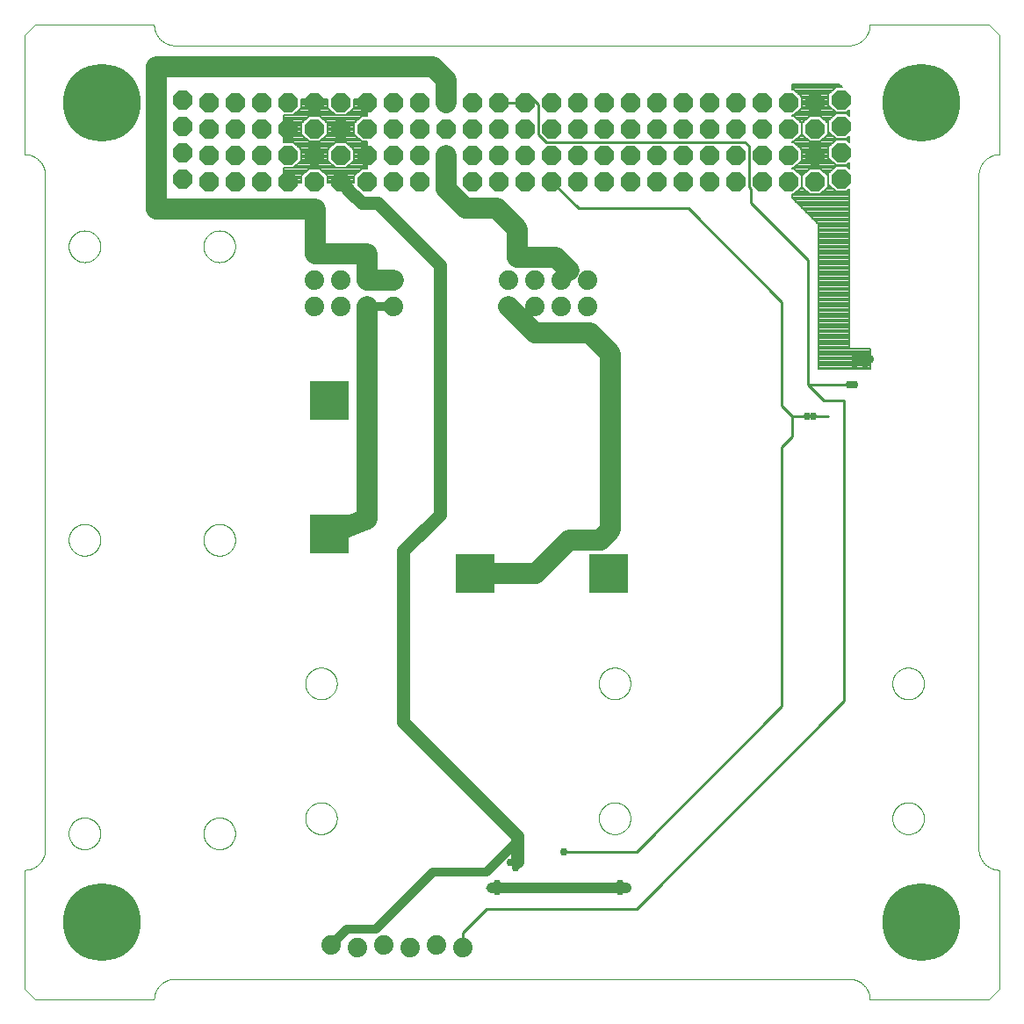
<source format=gbl>
G75*
%MOIN*%
%OFA0B0*%
%FSLAX25Y25*%
%IPPOS*%
%LPD*%
%AMOC8*
5,1,8,0,0,1.08239X$1,22.5*
%
%ADD10OC8,0.07400*%
%ADD11C,0.00000*%
%ADD12C,0.29528*%
%ADD13R,0.15000X0.15000*%
%ADD14C,0.07400*%
%ADD15C,0.07874*%
%ADD16C,0.03200*%
%ADD17C,0.08000*%
%ADD18C,0.00800*%
%ADD19C,0.02978*%
%ADD20C,0.01000*%
%ADD21C,0.05000*%
%ADD22C,0.04000*%
D10*
X0157904Y0398415D03*
X0147904Y0399415D03*
X0157904Y0408415D03*
X0147904Y0409415D03*
X0147904Y0419415D03*
X0157904Y0418415D03*
X0167904Y0418415D03*
X0177904Y0418415D03*
X0187904Y0418415D03*
X0197904Y0418415D03*
X0207904Y0418415D03*
X0217904Y0418415D03*
X0227904Y0418415D03*
X0237904Y0418415D03*
X0247904Y0418415D03*
X0257904Y0418415D03*
X0267904Y0418415D03*
X0277904Y0418415D03*
X0287904Y0418415D03*
X0297904Y0418415D03*
X0307904Y0418415D03*
X0317904Y0418415D03*
X0327904Y0418415D03*
X0337904Y0418415D03*
X0347904Y0418415D03*
X0357904Y0418415D03*
X0367904Y0418415D03*
X0377904Y0418415D03*
X0387904Y0418415D03*
X0397904Y0419415D03*
X0397904Y0409415D03*
X0387904Y0408415D03*
X0397904Y0399415D03*
X0387904Y0398415D03*
X0377904Y0398415D03*
X0377904Y0408415D03*
X0367904Y0408415D03*
X0367904Y0398415D03*
X0357904Y0398415D03*
X0357904Y0408415D03*
X0347904Y0408415D03*
X0347904Y0398415D03*
X0337904Y0398415D03*
X0327904Y0398415D03*
X0327904Y0408415D03*
X0337904Y0408415D03*
X0317904Y0408415D03*
X0317904Y0398415D03*
X0307904Y0398415D03*
X0307904Y0408415D03*
X0297904Y0408415D03*
X0297904Y0398415D03*
X0287904Y0398415D03*
X0287904Y0408415D03*
X0277904Y0408415D03*
X0267904Y0408415D03*
X0267904Y0398415D03*
X0277904Y0398415D03*
X0257904Y0398415D03*
X0257904Y0408415D03*
X0247904Y0408415D03*
X0247904Y0398415D03*
X0237904Y0398415D03*
X0237904Y0408415D03*
X0227904Y0408415D03*
X0227904Y0398415D03*
X0217904Y0398415D03*
X0207904Y0398415D03*
X0207904Y0408415D03*
X0217904Y0408415D03*
X0197904Y0408415D03*
X0197904Y0398415D03*
X0187904Y0398415D03*
X0187904Y0408415D03*
X0177904Y0408415D03*
X0177904Y0398415D03*
X0167904Y0398415D03*
X0167904Y0408415D03*
X0167904Y0428415D03*
X0177904Y0428415D03*
X0187904Y0428415D03*
X0197904Y0428415D03*
X0207904Y0428415D03*
X0217904Y0428415D03*
X0227904Y0428415D03*
X0237904Y0428415D03*
X0247904Y0428415D03*
X0257904Y0428415D03*
X0267904Y0428415D03*
X0277904Y0428415D03*
X0287904Y0428415D03*
X0297904Y0428415D03*
X0307904Y0428415D03*
X0317904Y0428415D03*
X0327904Y0428415D03*
X0337904Y0428415D03*
X0347904Y0428415D03*
X0357904Y0428415D03*
X0367904Y0428415D03*
X0377904Y0428415D03*
X0387904Y0428415D03*
X0397904Y0429415D03*
X0157904Y0428415D03*
X0147904Y0429415D03*
D11*
X0087864Y0091801D02*
X0091801Y0087864D01*
X0137077Y0087864D01*
X0137079Y0088054D01*
X0137086Y0088244D01*
X0137098Y0088434D01*
X0137114Y0088624D01*
X0137134Y0088813D01*
X0137160Y0089002D01*
X0137189Y0089190D01*
X0137224Y0089377D01*
X0137263Y0089563D01*
X0137306Y0089748D01*
X0137354Y0089933D01*
X0137406Y0090116D01*
X0137462Y0090297D01*
X0137523Y0090477D01*
X0137589Y0090656D01*
X0137658Y0090833D01*
X0137732Y0091009D01*
X0137810Y0091182D01*
X0137893Y0091354D01*
X0137979Y0091523D01*
X0138069Y0091691D01*
X0138164Y0091856D01*
X0138262Y0092019D01*
X0138365Y0092179D01*
X0138471Y0092337D01*
X0138581Y0092492D01*
X0138694Y0092645D01*
X0138812Y0092795D01*
X0138933Y0092941D01*
X0139057Y0093085D01*
X0139185Y0093226D01*
X0139316Y0093364D01*
X0139451Y0093499D01*
X0139589Y0093630D01*
X0139730Y0093758D01*
X0139874Y0093882D01*
X0140020Y0094003D01*
X0140170Y0094121D01*
X0140323Y0094234D01*
X0140478Y0094344D01*
X0140636Y0094450D01*
X0140796Y0094553D01*
X0140959Y0094651D01*
X0141124Y0094746D01*
X0141292Y0094836D01*
X0141461Y0094922D01*
X0141633Y0095005D01*
X0141806Y0095083D01*
X0141982Y0095157D01*
X0142159Y0095226D01*
X0142338Y0095292D01*
X0142518Y0095353D01*
X0142699Y0095409D01*
X0142882Y0095461D01*
X0143067Y0095509D01*
X0143252Y0095552D01*
X0143438Y0095591D01*
X0143625Y0095626D01*
X0143813Y0095655D01*
X0144002Y0095681D01*
X0144191Y0095701D01*
X0144381Y0095717D01*
X0144571Y0095729D01*
X0144761Y0095736D01*
X0144951Y0095738D01*
X0400856Y0095738D01*
X0401046Y0095736D01*
X0401236Y0095729D01*
X0401426Y0095717D01*
X0401616Y0095701D01*
X0401805Y0095681D01*
X0401994Y0095655D01*
X0402182Y0095626D01*
X0402369Y0095591D01*
X0402555Y0095552D01*
X0402740Y0095509D01*
X0402925Y0095461D01*
X0403108Y0095409D01*
X0403289Y0095353D01*
X0403469Y0095292D01*
X0403648Y0095226D01*
X0403825Y0095157D01*
X0404001Y0095083D01*
X0404174Y0095005D01*
X0404346Y0094922D01*
X0404515Y0094836D01*
X0404683Y0094746D01*
X0404848Y0094651D01*
X0405011Y0094553D01*
X0405171Y0094450D01*
X0405329Y0094344D01*
X0405484Y0094234D01*
X0405637Y0094121D01*
X0405787Y0094003D01*
X0405933Y0093882D01*
X0406077Y0093758D01*
X0406218Y0093630D01*
X0406356Y0093499D01*
X0406491Y0093364D01*
X0406622Y0093226D01*
X0406750Y0093085D01*
X0406874Y0092941D01*
X0406995Y0092795D01*
X0407113Y0092645D01*
X0407226Y0092492D01*
X0407336Y0092337D01*
X0407442Y0092179D01*
X0407545Y0092019D01*
X0407643Y0091856D01*
X0407738Y0091691D01*
X0407828Y0091523D01*
X0407914Y0091354D01*
X0407997Y0091182D01*
X0408075Y0091009D01*
X0408149Y0090833D01*
X0408218Y0090656D01*
X0408284Y0090477D01*
X0408345Y0090297D01*
X0408401Y0090116D01*
X0408453Y0089933D01*
X0408501Y0089748D01*
X0408544Y0089563D01*
X0408583Y0089377D01*
X0408618Y0089190D01*
X0408647Y0089002D01*
X0408673Y0088813D01*
X0408693Y0088624D01*
X0408709Y0088434D01*
X0408721Y0088244D01*
X0408728Y0088054D01*
X0408730Y0087864D01*
X0454006Y0087864D01*
X0457943Y0091801D01*
X0457943Y0137077D01*
X0457753Y0137079D01*
X0457563Y0137086D01*
X0457373Y0137098D01*
X0457183Y0137114D01*
X0456994Y0137134D01*
X0456805Y0137160D01*
X0456617Y0137189D01*
X0456430Y0137224D01*
X0456244Y0137263D01*
X0456059Y0137306D01*
X0455874Y0137354D01*
X0455691Y0137406D01*
X0455510Y0137462D01*
X0455330Y0137523D01*
X0455151Y0137589D01*
X0454974Y0137658D01*
X0454798Y0137732D01*
X0454625Y0137810D01*
X0454453Y0137893D01*
X0454284Y0137979D01*
X0454116Y0138069D01*
X0453951Y0138164D01*
X0453788Y0138262D01*
X0453628Y0138365D01*
X0453470Y0138471D01*
X0453315Y0138581D01*
X0453162Y0138694D01*
X0453012Y0138812D01*
X0452866Y0138933D01*
X0452722Y0139057D01*
X0452581Y0139185D01*
X0452443Y0139316D01*
X0452308Y0139451D01*
X0452177Y0139589D01*
X0452049Y0139730D01*
X0451925Y0139874D01*
X0451804Y0140020D01*
X0451686Y0140170D01*
X0451573Y0140323D01*
X0451463Y0140478D01*
X0451357Y0140636D01*
X0451254Y0140796D01*
X0451156Y0140959D01*
X0451061Y0141124D01*
X0450971Y0141292D01*
X0450885Y0141461D01*
X0450802Y0141633D01*
X0450724Y0141806D01*
X0450650Y0141982D01*
X0450581Y0142159D01*
X0450515Y0142338D01*
X0450454Y0142518D01*
X0450398Y0142699D01*
X0450346Y0142882D01*
X0450298Y0143067D01*
X0450255Y0143252D01*
X0450216Y0143438D01*
X0450181Y0143625D01*
X0450152Y0143813D01*
X0450126Y0144002D01*
X0450106Y0144191D01*
X0450090Y0144381D01*
X0450078Y0144571D01*
X0450071Y0144761D01*
X0450069Y0144951D01*
X0450069Y0400856D01*
X0450071Y0401046D01*
X0450078Y0401236D01*
X0450090Y0401426D01*
X0450106Y0401616D01*
X0450126Y0401805D01*
X0450152Y0401994D01*
X0450181Y0402182D01*
X0450216Y0402369D01*
X0450255Y0402555D01*
X0450298Y0402740D01*
X0450346Y0402925D01*
X0450398Y0403108D01*
X0450454Y0403289D01*
X0450515Y0403469D01*
X0450581Y0403648D01*
X0450650Y0403825D01*
X0450724Y0404001D01*
X0450802Y0404174D01*
X0450885Y0404346D01*
X0450971Y0404515D01*
X0451061Y0404683D01*
X0451156Y0404848D01*
X0451254Y0405011D01*
X0451357Y0405171D01*
X0451463Y0405329D01*
X0451573Y0405484D01*
X0451686Y0405637D01*
X0451804Y0405787D01*
X0451925Y0405933D01*
X0452049Y0406077D01*
X0452177Y0406218D01*
X0452308Y0406356D01*
X0452443Y0406491D01*
X0452581Y0406622D01*
X0452722Y0406750D01*
X0452866Y0406874D01*
X0453012Y0406995D01*
X0453162Y0407113D01*
X0453315Y0407226D01*
X0453470Y0407336D01*
X0453628Y0407442D01*
X0453788Y0407545D01*
X0453951Y0407643D01*
X0454116Y0407738D01*
X0454284Y0407828D01*
X0454453Y0407914D01*
X0454625Y0407997D01*
X0454798Y0408075D01*
X0454974Y0408149D01*
X0455151Y0408218D01*
X0455330Y0408284D01*
X0455510Y0408345D01*
X0455691Y0408401D01*
X0455874Y0408453D01*
X0456059Y0408501D01*
X0456244Y0408544D01*
X0456430Y0408583D01*
X0456617Y0408618D01*
X0456805Y0408647D01*
X0456994Y0408673D01*
X0457183Y0408693D01*
X0457373Y0408709D01*
X0457563Y0408721D01*
X0457753Y0408728D01*
X0457943Y0408730D01*
X0457943Y0454006D01*
X0454006Y0457943D01*
X0408730Y0457943D01*
X0408728Y0457753D01*
X0408721Y0457563D01*
X0408709Y0457373D01*
X0408693Y0457183D01*
X0408673Y0456994D01*
X0408647Y0456805D01*
X0408618Y0456617D01*
X0408583Y0456430D01*
X0408544Y0456244D01*
X0408501Y0456059D01*
X0408453Y0455874D01*
X0408401Y0455691D01*
X0408345Y0455510D01*
X0408284Y0455330D01*
X0408218Y0455151D01*
X0408149Y0454974D01*
X0408075Y0454798D01*
X0407997Y0454625D01*
X0407914Y0454453D01*
X0407828Y0454284D01*
X0407738Y0454116D01*
X0407643Y0453951D01*
X0407545Y0453788D01*
X0407442Y0453628D01*
X0407336Y0453470D01*
X0407226Y0453315D01*
X0407113Y0453162D01*
X0406995Y0453012D01*
X0406874Y0452866D01*
X0406750Y0452722D01*
X0406622Y0452581D01*
X0406491Y0452443D01*
X0406356Y0452308D01*
X0406218Y0452177D01*
X0406077Y0452049D01*
X0405933Y0451925D01*
X0405787Y0451804D01*
X0405637Y0451686D01*
X0405484Y0451573D01*
X0405329Y0451463D01*
X0405171Y0451357D01*
X0405011Y0451254D01*
X0404848Y0451156D01*
X0404683Y0451061D01*
X0404515Y0450971D01*
X0404346Y0450885D01*
X0404174Y0450802D01*
X0404001Y0450724D01*
X0403825Y0450650D01*
X0403648Y0450581D01*
X0403469Y0450515D01*
X0403289Y0450454D01*
X0403108Y0450398D01*
X0402925Y0450346D01*
X0402740Y0450298D01*
X0402555Y0450255D01*
X0402369Y0450216D01*
X0402182Y0450181D01*
X0401994Y0450152D01*
X0401805Y0450126D01*
X0401616Y0450106D01*
X0401426Y0450090D01*
X0401236Y0450078D01*
X0401046Y0450071D01*
X0400856Y0450069D01*
X0144951Y0450069D01*
X0144761Y0450071D01*
X0144571Y0450078D01*
X0144381Y0450090D01*
X0144191Y0450106D01*
X0144002Y0450126D01*
X0143813Y0450152D01*
X0143625Y0450181D01*
X0143438Y0450216D01*
X0143252Y0450255D01*
X0143067Y0450298D01*
X0142882Y0450346D01*
X0142699Y0450398D01*
X0142518Y0450454D01*
X0142338Y0450515D01*
X0142159Y0450581D01*
X0141982Y0450650D01*
X0141806Y0450724D01*
X0141633Y0450802D01*
X0141461Y0450885D01*
X0141292Y0450971D01*
X0141124Y0451061D01*
X0140959Y0451156D01*
X0140796Y0451254D01*
X0140636Y0451357D01*
X0140478Y0451463D01*
X0140323Y0451573D01*
X0140170Y0451686D01*
X0140020Y0451804D01*
X0139874Y0451925D01*
X0139730Y0452049D01*
X0139589Y0452177D01*
X0139451Y0452308D01*
X0139316Y0452443D01*
X0139185Y0452581D01*
X0139057Y0452722D01*
X0138933Y0452866D01*
X0138812Y0453012D01*
X0138694Y0453162D01*
X0138581Y0453315D01*
X0138471Y0453470D01*
X0138365Y0453628D01*
X0138262Y0453788D01*
X0138164Y0453951D01*
X0138069Y0454116D01*
X0137979Y0454284D01*
X0137893Y0454453D01*
X0137810Y0454625D01*
X0137732Y0454798D01*
X0137658Y0454974D01*
X0137589Y0455151D01*
X0137523Y0455330D01*
X0137462Y0455510D01*
X0137406Y0455691D01*
X0137354Y0455874D01*
X0137306Y0456059D01*
X0137263Y0456244D01*
X0137224Y0456430D01*
X0137189Y0456617D01*
X0137160Y0456805D01*
X0137134Y0456994D01*
X0137114Y0457183D01*
X0137098Y0457373D01*
X0137086Y0457563D01*
X0137079Y0457753D01*
X0137077Y0457943D01*
X0091801Y0457943D01*
X0087864Y0454006D01*
X0087864Y0408730D01*
X0088054Y0408728D01*
X0088244Y0408721D01*
X0088434Y0408709D01*
X0088624Y0408693D01*
X0088813Y0408673D01*
X0089002Y0408647D01*
X0089190Y0408618D01*
X0089377Y0408583D01*
X0089563Y0408544D01*
X0089748Y0408501D01*
X0089933Y0408453D01*
X0090116Y0408401D01*
X0090297Y0408345D01*
X0090477Y0408284D01*
X0090656Y0408218D01*
X0090833Y0408149D01*
X0091009Y0408075D01*
X0091182Y0407997D01*
X0091354Y0407914D01*
X0091523Y0407828D01*
X0091691Y0407738D01*
X0091856Y0407643D01*
X0092019Y0407545D01*
X0092179Y0407442D01*
X0092337Y0407336D01*
X0092492Y0407226D01*
X0092645Y0407113D01*
X0092795Y0406995D01*
X0092941Y0406874D01*
X0093085Y0406750D01*
X0093226Y0406622D01*
X0093364Y0406491D01*
X0093499Y0406356D01*
X0093630Y0406218D01*
X0093758Y0406077D01*
X0093882Y0405933D01*
X0094003Y0405787D01*
X0094121Y0405637D01*
X0094234Y0405484D01*
X0094344Y0405329D01*
X0094450Y0405171D01*
X0094553Y0405011D01*
X0094651Y0404848D01*
X0094746Y0404683D01*
X0094836Y0404515D01*
X0094922Y0404346D01*
X0095005Y0404174D01*
X0095083Y0404001D01*
X0095157Y0403825D01*
X0095226Y0403648D01*
X0095292Y0403469D01*
X0095353Y0403289D01*
X0095409Y0403108D01*
X0095461Y0402925D01*
X0095509Y0402740D01*
X0095552Y0402555D01*
X0095591Y0402369D01*
X0095626Y0402182D01*
X0095655Y0401994D01*
X0095681Y0401805D01*
X0095701Y0401616D01*
X0095717Y0401426D01*
X0095729Y0401236D01*
X0095736Y0401046D01*
X0095738Y0400856D01*
X0095738Y0144951D01*
X0095736Y0144761D01*
X0095729Y0144571D01*
X0095717Y0144381D01*
X0095701Y0144191D01*
X0095681Y0144002D01*
X0095655Y0143813D01*
X0095626Y0143625D01*
X0095591Y0143438D01*
X0095552Y0143252D01*
X0095509Y0143067D01*
X0095461Y0142882D01*
X0095409Y0142699D01*
X0095353Y0142518D01*
X0095292Y0142338D01*
X0095226Y0142159D01*
X0095157Y0141982D01*
X0095083Y0141806D01*
X0095005Y0141633D01*
X0094922Y0141461D01*
X0094836Y0141292D01*
X0094746Y0141124D01*
X0094651Y0140959D01*
X0094553Y0140796D01*
X0094450Y0140636D01*
X0094344Y0140478D01*
X0094234Y0140323D01*
X0094121Y0140170D01*
X0094003Y0140020D01*
X0093882Y0139874D01*
X0093758Y0139730D01*
X0093630Y0139589D01*
X0093499Y0139451D01*
X0093364Y0139316D01*
X0093226Y0139185D01*
X0093085Y0139057D01*
X0092941Y0138933D01*
X0092795Y0138812D01*
X0092645Y0138694D01*
X0092492Y0138581D01*
X0092337Y0138471D01*
X0092179Y0138365D01*
X0092019Y0138262D01*
X0091856Y0138164D01*
X0091691Y0138069D01*
X0091523Y0137979D01*
X0091354Y0137893D01*
X0091182Y0137810D01*
X0091009Y0137732D01*
X0090833Y0137658D01*
X0090656Y0137589D01*
X0090477Y0137523D01*
X0090297Y0137462D01*
X0090116Y0137406D01*
X0089933Y0137354D01*
X0089748Y0137306D01*
X0089563Y0137263D01*
X0089377Y0137224D01*
X0089190Y0137189D01*
X0089002Y0137160D01*
X0088813Y0137134D01*
X0088624Y0137114D01*
X0088434Y0137098D01*
X0088244Y0137086D01*
X0088054Y0137079D01*
X0087864Y0137077D01*
X0087864Y0091801D01*
X0104679Y0150939D02*
X0104681Y0151094D01*
X0104687Y0151248D01*
X0104697Y0151402D01*
X0104711Y0151556D01*
X0104729Y0151710D01*
X0104751Y0151863D01*
X0104776Y0152015D01*
X0104806Y0152167D01*
X0104840Y0152318D01*
X0104877Y0152468D01*
X0104918Y0152617D01*
X0104963Y0152765D01*
X0105012Y0152912D01*
X0105065Y0153057D01*
X0105121Y0153201D01*
X0105181Y0153343D01*
X0105245Y0153484D01*
X0105312Y0153623D01*
X0105383Y0153761D01*
X0105458Y0153896D01*
X0105536Y0154030D01*
X0105617Y0154161D01*
X0105702Y0154291D01*
X0105790Y0154418D01*
X0105881Y0154543D01*
X0105975Y0154665D01*
X0106073Y0154785D01*
X0106173Y0154903D01*
X0106277Y0155017D01*
X0106383Y0155129D01*
X0106493Y0155239D01*
X0106605Y0155345D01*
X0106719Y0155449D01*
X0106837Y0155549D01*
X0106957Y0155647D01*
X0107079Y0155741D01*
X0107204Y0155832D01*
X0107331Y0155920D01*
X0107461Y0156005D01*
X0107592Y0156086D01*
X0107726Y0156164D01*
X0107861Y0156239D01*
X0107999Y0156310D01*
X0108138Y0156377D01*
X0108279Y0156441D01*
X0108421Y0156501D01*
X0108565Y0156557D01*
X0108710Y0156610D01*
X0108857Y0156659D01*
X0109005Y0156704D01*
X0109154Y0156745D01*
X0109304Y0156782D01*
X0109455Y0156816D01*
X0109607Y0156846D01*
X0109759Y0156871D01*
X0109912Y0156893D01*
X0110066Y0156911D01*
X0110220Y0156925D01*
X0110374Y0156935D01*
X0110528Y0156941D01*
X0110683Y0156943D01*
X0110838Y0156941D01*
X0110992Y0156935D01*
X0111146Y0156925D01*
X0111300Y0156911D01*
X0111454Y0156893D01*
X0111607Y0156871D01*
X0111759Y0156846D01*
X0111911Y0156816D01*
X0112062Y0156782D01*
X0112212Y0156745D01*
X0112361Y0156704D01*
X0112509Y0156659D01*
X0112656Y0156610D01*
X0112801Y0156557D01*
X0112945Y0156501D01*
X0113087Y0156441D01*
X0113228Y0156377D01*
X0113367Y0156310D01*
X0113505Y0156239D01*
X0113640Y0156164D01*
X0113774Y0156086D01*
X0113905Y0156005D01*
X0114035Y0155920D01*
X0114162Y0155832D01*
X0114287Y0155741D01*
X0114409Y0155647D01*
X0114529Y0155549D01*
X0114647Y0155449D01*
X0114761Y0155345D01*
X0114873Y0155239D01*
X0114983Y0155129D01*
X0115089Y0155017D01*
X0115193Y0154903D01*
X0115293Y0154785D01*
X0115391Y0154665D01*
X0115485Y0154543D01*
X0115576Y0154418D01*
X0115664Y0154291D01*
X0115749Y0154161D01*
X0115830Y0154030D01*
X0115908Y0153896D01*
X0115983Y0153761D01*
X0116054Y0153623D01*
X0116121Y0153484D01*
X0116185Y0153343D01*
X0116245Y0153201D01*
X0116301Y0153057D01*
X0116354Y0152912D01*
X0116403Y0152765D01*
X0116448Y0152617D01*
X0116489Y0152468D01*
X0116526Y0152318D01*
X0116560Y0152167D01*
X0116590Y0152015D01*
X0116615Y0151863D01*
X0116637Y0151710D01*
X0116655Y0151556D01*
X0116669Y0151402D01*
X0116679Y0151248D01*
X0116685Y0151094D01*
X0116687Y0150939D01*
X0116685Y0150784D01*
X0116679Y0150630D01*
X0116669Y0150476D01*
X0116655Y0150322D01*
X0116637Y0150168D01*
X0116615Y0150015D01*
X0116590Y0149863D01*
X0116560Y0149711D01*
X0116526Y0149560D01*
X0116489Y0149410D01*
X0116448Y0149261D01*
X0116403Y0149113D01*
X0116354Y0148966D01*
X0116301Y0148821D01*
X0116245Y0148677D01*
X0116185Y0148535D01*
X0116121Y0148394D01*
X0116054Y0148255D01*
X0115983Y0148117D01*
X0115908Y0147982D01*
X0115830Y0147848D01*
X0115749Y0147717D01*
X0115664Y0147587D01*
X0115576Y0147460D01*
X0115485Y0147335D01*
X0115391Y0147213D01*
X0115293Y0147093D01*
X0115193Y0146975D01*
X0115089Y0146861D01*
X0114983Y0146749D01*
X0114873Y0146639D01*
X0114761Y0146533D01*
X0114647Y0146429D01*
X0114529Y0146329D01*
X0114409Y0146231D01*
X0114287Y0146137D01*
X0114162Y0146046D01*
X0114035Y0145958D01*
X0113905Y0145873D01*
X0113774Y0145792D01*
X0113640Y0145714D01*
X0113505Y0145639D01*
X0113367Y0145568D01*
X0113228Y0145501D01*
X0113087Y0145437D01*
X0112945Y0145377D01*
X0112801Y0145321D01*
X0112656Y0145268D01*
X0112509Y0145219D01*
X0112361Y0145174D01*
X0112212Y0145133D01*
X0112062Y0145096D01*
X0111911Y0145062D01*
X0111759Y0145032D01*
X0111607Y0145007D01*
X0111454Y0144985D01*
X0111300Y0144967D01*
X0111146Y0144953D01*
X0110992Y0144943D01*
X0110838Y0144937D01*
X0110683Y0144935D01*
X0110528Y0144937D01*
X0110374Y0144943D01*
X0110220Y0144953D01*
X0110066Y0144967D01*
X0109912Y0144985D01*
X0109759Y0145007D01*
X0109607Y0145032D01*
X0109455Y0145062D01*
X0109304Y0145096D01*
X0109154Y0145133D01*
X0109005Y0145174D01*
X0108857Y0145219D01*
X0108710Y0145268D01*
X0108565Y0145321D01*
X0108421Y0145377D01*
X0108279Y0145437D01*
X0108138Y0145501D01*
X0107999Y0145568D01*
X0107861Y0145639D01*
X0107726Y0145714D01*
X0107592Y0145792D01*
X0107461Y0145873D01*
X0107331Y0145958D01*
X0107204Y0146046D01*
X0107079Y0146137D01*
X0106957Y0146231D01*
X0106837Y0146329D01*
X0106719Y0146429D01*
X0106605Y0146533D01*
X0106493Y0146639D01*
X0106383Y0146749D01*
X0106277Y0146861D01*
X0106173Y0146975D01*
X0106073Y0147093D01*
X0105975Y0147213D01*
X0105881Y0147335D01*
X0105790Y0147460D01*
X0105702Y0147587D01*
X0105617Y0147717D01*
X0105536Y0147848D01*
X0105458Y0147982D01*
X0105383Y0148117D01*
X0105312Y0148255D01*
X0105245Y0148394D01*
X0105181Y0148535D01*
X0105121Y0148677D01*
X0105065Y0148821D01*
X0105012Y0148966D01*
X0104963Y0149113D01*
X0104918Y0149261D01*
X0104877Y0149410D01*
X0104840Y0149560D01*
X0104806Y0149711D01*
X0104776Y0149863D01*
X0104751Y0150015D01*
X0104729Y0150168D01*
X0104711Y0150322D01*
X0104697Y0150476D01*
X0104687Y0150630D01*
X0104681Y0150784D01*
X0104679Y0150939D01*
X0155860Y0150939D02*
X0155862Y0151094D01*
X0155868Y0151248D01*
X0155878Y0151402D01*
X0155892Y0151556D01*
X0155910Y0151710D01*
X0155932Y0151863D01*
X0155957Y0152015D01*
X0155987Y0152167D01*
X0156021Y0152318D01*
X0156058Y0152468D01*
X0156099Y0152617D01*
X0156144Y0152765D01*
X0156193Y0152912D01*
X0156246Y0153057D01*
X0156302Y0153201D01*
X0156362Y0153343D01*
X0156426Y0153484D01*
X0156493Y0153623D01*
X0156564Y0153761D01*
X0156639Y0153896D01*
X0156717Y0154030D01*
X0156798Y0154161D01*
X0156883Y0154291D01*
X0156971Y0154418D01*
X0157062Y0154543D01*
X0157156Y0154665D01*
X0157254Y0154785D01*
X0157354Y0154903D01*
X0157458Y0155017D01*
X0157564Y0155129D01*
X0157674Y0155239D01*
X0157786Y0155345D01*
X0157900Y0155449D01*
X0158018Y0155549D01*
X0158138Y0155647D01*
X0158260Y0155741D01*
X0158385Y0155832D01*
X0158512Y0155920D01*
X0158642Y0156005D01*
X0158773Y0156086D01*
X0158907Y0156164D01*
X0159042Y0156239D01*
X0159180Y0156310D01*
X0159319Y0156377D01*
X0159460Y0156441D01*
X0159602Y0156501D01*
X0159746Y0156557D01*
X0159891Y0156610D01*
X0160038Y0156659D01*
X0160186Y0156704D01*
X0160335Y0156745D01*
X0160485Y0156782D01*
X0160636Y0156816D01*
X0160788Y0156846D01*
X0160940Y0156871D01*
X0161093Y0156893D01*
X0161247Y0156911D01*
X0161401Y0156925D01*
X0161555Y0156935D01*
X0161709Y0156941D01*
X0161864Y0156943D01*
X0162019Y0156941D01*
X0162173Y0156935D01*
X0162327Y0156925D01*
X0162481Y0156911D01*
X0162635Y0156893D01*
X0162788Y0156871D01*
X0162940Y0156846D01*
X0163092Y0156816D01*
X0163243Y0156782D01*
X0163393Y0156745D01*
X0163542Y0156704D01*
X0163690Y0156659D01*
X0163837Y0156610D01*
X0163982Y0156557D01*
X0164126Y0156501D01*
X0164268Y0156441D01*
X0164409Y0156377D01*
X0164548Y0156310D01*
X0164686Y0156239D01*
X0164821Y0156164D01*
X0164955Y0156086D01*
X0165086Y0156005D01*
X0165216Y0155920D01*
X0165343Y0155832D01*
X0165468Y0155741D01*
X0165590Y0155647D01*
X0165710Y0155549D01*
X0165828Y0155449D01*
X0165942Y0155345D01*
X0166054Y0155239D01*
X0166164Y0155129D01*
X0166270Y0155017D01*
X0166374Y0154903D01*
X0166474Y0154785D01*
X0166572Y0154665D01*
X0166666Y0154543D01*
X0166757Y0154418D01*
X0166845Y0154291D01*
X0166930Y0154161D01*
X0167011Y0154030D01*
X0167089Y0153896D01*
X0167164Y0153761D01*
X0167235Y0153623D01*
X0167302Y0153484D01*
X0167366Y0153343D01*
X0167426Y0153201D01*
X0167482Y0153057D01*
X0167535Y0152912D01*
X0167584Y0152765D01*
X0167629Y0152617D01*
X0167670Y0152468D01*
X0167707Y0152318D01*
X0167741Y0152167D01*
X0167771Y0152015D01*
X0167796Y0151863D01*
X0167818Y0151710D01*
X0167836Y0151556D01*
X0167850Y0151402D01*
X0167860Y0151248D01*
X0167866Y0151094D01*
X0167868Y0150939D01*
X0167866Y0150784D01*
X0167860Y0150630D01*
X0167850Y0150476D01*
X0167836Y0150322D01*
X0167818Y0150168D01*
X0167796Y0150015D01*
X0167771Y0149863D01*
X0167741Y0149711D01*
X0167707Y0149560D01*
X0167670Y0149410D01*
X0167629Y0149261D01*
X0167584Y0149113D01*
X0167535Y0148966D01*
X0167482Y0148821D01*
X0167426Y0148677D01*
X0167366Y0148535D01*
X0167302Y0148394D01*
X0167235Y0148255D01*
X0167164Y0148117D01*
X0167089Y0147982D01*
X0167011Y0147848D01*
X0166930Y0147717D01*
X0166845Y0147587D01*
X0166757Y0147460D01*
X0166666Y0147335D01*
X0166572Y0147213D01*
X0166474Y0147093D01*
X0166374Y0146975D01*
X0166270Y0146861D01*
X0166164Y0146749D01*
X0166054Y0146639D01*
X0165942Y0146533D01*
X0165828Y0146429D01*
X0165710Y0146329D01*
X0165590Y0146231D01*
X0165468Y0146137D01*
X0165343Y0146046D01*
X0165216Y0145958D01*
X0165086Y0145873D01*
X0164955Y0145792D01*
X0164821Y0145714D01*
X0164686Y0145639D01*
X0164548Y0145568D01*
X0164409Y0145501D01*
X0164268Y0145437D01*
X0164126Y0145377D01*
X0163982Y0145321D01*
X0163837Y0145268D01*
X0163690Y0145219D01*
X0163542Y0145174D01*
X0163393Y0145133D01*
X0163243Y0145096D01*
X0163092Y0145062D01*
X0162940Y0145032D01*
X0162788Y0145007D01*
X0162635Y0144985D01*
X0162481Y0144967D01*
X0162327Y0144953D01*
X0162173Y0144943D01*
X0162019Y0144937D01*
X0161864Y0144935D01*
X0161709Y0144937D01*
X0161555Y0144943D01*
X0161401Y0144953D01*
X0161247Y0144967D01*
X0161093Y0144985D01*
X0160940Y0145007D01*
X0160788Y0145032D01*
X0160636Y0145062D01*
X0160485Y0145096D01*
X0160335Y0145133D01*
X0160186Y0145174D01*
X0160038Y0145219D01*
X0159891Y0145268D01*
X0159746Y0145321D01*
X0159602Y0145377D01*
X0159460Y0145437D01*
X0159319Y0145501D01*
X0159180Y0145568D01*
X0159042Y0145639D01*
X0158907Y0145714D01*
X0158773Y0145792D01*
X0158642Y0145873D01*
X0158512Y0145958D01*
X0158385Y0146046D01*
X0158260Y0146137D01*
X0158138Y0146231D01*
X0158018Y0146329D01*
X0157900Y0146429D01*
X0157786Y0146533D01*
X0157674Y0146639D01*
X0157564Y0146749D01*
X0157458Y0146861D01*
X0157354Y0146975D01*
X0157254Y0147093D01*
X0157156Y0147213D01*
X0157062Y0147335D01*
X0156971Y0147460D01*
X0156883Y0147587D01*
X0156798Y0147717D01*
X0156717Y0147848D01*
X0156639Y0147982D01*
X0156564Y0148117D01*
X0156493Y0148255D01*
X0156426Y0148394D01*
X0156362Y0148535D01*
X0156302Y0148677D01*
X0156246Y0148821D01*
X0156193Y0148966D01*
X0156144Y0149113D01*
X0156099Y0149261D01*
X0156058Y0149410D01*
X0156021Y0149560D01*
X0155987Y0149711D01*
X0155957Y0149863D01*
X0155932Y0150015D01*
X0155910Y0150168D01*
X0155892Y0150322D01*
X0155878Y0150476D01*
X0155868Y0150630D01*
X0155862Y0150784D01*
X0155860Y0150939D01*
X0194466Y0156683D02*
X0194468Y0156838D01*
X0194474Y0156992D01*
X0194484Y0157146D01*
X0194498Y0157300D01*
X0194516Y0157454D01*
X0194538Y0157607D01*
X0194563Y0157759D01*
X0194593Y0157911D01*
X0194627Y0158062D01*
X0194664Y0158212D01*
X0194705Y0158361D01*
X0194750Y0158509D01*
X0194799Y0158656D01*
X0194852Y0158801D01*
X0194908Y0158945D01*
X0194968Y0159087D01*
X0195032Y0159228D01*
X0195099Y0159367D01*
X0195170Y0159505D01*
X0195245Y0159640D01*
X0195323Y0159774D01*
X0195404Y0159905D01*
X0195489Y0160035D01*
X0195577Y0160162D01*
X0195668Y0160287D01*
X0195762Y0160409D01*
X0195860Y0160529D01*
X0195960Y0160647D01*
X0196064Y0160761D01*
X0196170Y0160873D01*
X0196280Y0160983D01*
X0196392Y0161089D01*
X0196506Y0161193D01*
X0196624Y0161293D01*
X0196744Y0161391D01*
X0196866Y0161485D01*
X0196991Y0161576D01*
X0197118Y0161664D01*
X0197248Y0161749D01*
X0197379Y0161830D01*
X0197513Y0161908D01*
X0197648Y0161983D01*
X0197786Y0162054D01*
X0197925Y0162121D01*
X0198066Y0162185D01*
X0198208Y0162245D01*
X0198352Y0162301D01*
X0198497Y0162354D01*
X0198644Y0162403D01*
X0198792Y0162448D01*
X0198941Y0162489D01*
X0199091Y0162526D01*
X0199242Y0162560D01*
X0199394Y0162590D01*
X0199546Y0162615D01*
X0199699Y0162637D01*
X0199853Y0162655D01*
X0200007Y0162669D01*
X0200161Y0162679D01*
X0200315Y0162685D01*
X0200470Y0162687D01*
X0200625Y0162685D01*
X0200779Y0162679D01*
X0200933Y0162669D01*
X0201087Y0162655D01*
X0201241Y0162637D01*
X0201394Y0162615D01*
X0201546Y0162590D01*
X0201698Y0162560D01*
X0201849Y0162526D01*
X0201999Y0162489D01*
X0202148Y0162448D01*
X0202296Y0162403D01*
X0202443Y0162354D01*
X0202588Y0162301D01*
X0202732Y0162245D01*
X0202874Y0162185D01*
X0203015Y0162121D01*
X0203154Y0162054D01*
X0203292Y0161983D01*
X0203427Y0161908D01*
X0203561Y0161830D01*
X0203692Y0161749D01*
X0203822Y0161664D01*
X0203949Y0161576D01*
X0204074Y0161485D01*
X0204196Y0161391D01*
X0204316Y0161293D01*
X0204434Y0161193D01*
X0204548Y0161089D01*
X0204660Y0160983D01*
X0204770Y0160873D01*
X0204876Y0160761D01*
X0204980Y0160647D01*
X0205080Y0160529D01*
X0205178Y0160409D01*
X0205272Y0160287D01*
X0205363Y0160162D01*
X0205451Y0160035D01*
X0205536Y0159905D01*
X0205617Y0159774D01*
X0205695Y0159640D01*
X0205770Y0159505D01*
X0205841Y0159367D01*
X0205908Y0159228D01*
X0205972Y0159087D01*
X0206032Y0158945D01*
X0206088Y0158801D01*
X0206141Y0158656D01*
X0206190Y0158509D01*
X0206235Y0158361D01*
X0206276Y0158212D01*
X0206313Y0158062D01*
X0206347Y0157911D01*
X0206377Y0157759D01*
X0206402Y0157607D01*
X0206424Y0157454D01*
X0206442Y0157300D01*
X0206456Y0157146D01*
X0206466Y0156992D01*
X0206472Y0156838D01*
X0206474Y0156683D01*
X0206472Y0156528D01*
X0206466Y0156374D01*
X0206456Y0156220D01*
X0206442Y0156066D01*
X0206424Y0155912D01*
X0206402Y0155759D01*
X0206377Y0155607D01*
X0206347Y0155455D01*
X0206313Y0155304D01*
X0206276Y0155154D01*
X0206235Y0155005D01*
X0206190Y0154857D01*
X0206141Y0154710D01*
X0206088Y0154565D01*
X0206032Y0154421D01*
X0205972Y0154279D01*
X0205908Y0154138D01*
X0205841Y0153999D01*
X0205770Y0153861D01*
X0205695Y0153726D01*
X0205617Y0153592D01*
X0205536Y0153461D01*
X0205451Y0153331D01*
X0205363Y0153204D01*
X0205272Y0153079D01*
X0205178Y0152957D01*
X0205080Y0152837D01*
X0204980Y0152719D01*
X0204876Y0152605D01*
X0204770Y0152493D01*
X0204660Y0152383D01*
X0204548Y0152277D01*
X0204434Y0152173D01*
X0204316Y0152073D01*
X0204196Y0151975D01*
X0204074Y0151881D01*
X0203949Y0151790D01*
X0203822Y0151702D01*
X0203692Y0151617D01*
X0203561Y0151536D01*
X0203427Y0151458D01*
X0203292Y0151383D01*
X0203154Y0151312D01*
X0203015Y0151245D01*
X0202874Y0151181D01*
X0202732Y0151121D01*
X0202588Y0151065D01*
X0202443Y0151012D01*
X0202296Y0150963D01*
X0202148Y0150918D01*
X0201999Y0150877D01*
X0201849Y0150840D01*
X0201698Y0150806D01*
X0201546Y0150776D01*
X0201394Y0150751D01*
X0201241Y0150729D01*
X0201087Y0150711D01*
X0200933Y0150697D01*
X0200779Y0150687D01*
X0200625Y0150681D01*
X0200470Y0150679D01*
X0200315Y0150681D01*
X0200161Y0150687D01*
X0200007Y0150697D01*
X0199853Y0150711D01*
X0199699Y0150729D01*
X0199546Y0150751D01*
X0199394Y0150776D01*
X0199242Y0150806D01*
X0199091Y0150840D01*
X0198941Y0150877D01*
X0198792Y0150918D01*
X0198644Y0150963D01*
X0198497Y0151012D01*
X0198352Y0151065D01*
X0198208Y0151121D01*
X0198066Y0151181D01*
X0197925Y0151245D01*
X0197786Y0151312D01*
X0197648Y0151383D01*
X0197513Y0151458D01*
X0197379Y0151536D01*
X0197248Y0151617D01*
X0197118Y0151702D01*
X0196991Y0151790D01*
X0196866Y0151881D01*
X0196744Y0151975D01*
X0196624Y0152073D01*
X0196506Y0152173D01*
X0196392Y0152277D01*
X0196280Y0152383D01*
X0196170Y0152493D01*
X0196064Y0152605D01*
X0195960Y0152719D01*
X0195860Y0152837D01*
X0195762Y0152957D01*
X0195668Y0153079D01*
X0195577Y0153204D01*
X0195489Y0153331D01*
X0195404Y0153461D01*
X0195323Y0153592D01*
X0195245Y0153726D01*
X0195170Y0153861D01*
X0195099Y0153999D01*
X0195032Y0154138D01*
X0194968Y0154279D01*
X0194908Y0154421D01*
X0194852Y0154565D01*
X0194799Y0154710D01*
X0194750Y0154857D01*
X0194705Y0155005D01*
X0194664Y0155154D01*
X0194627Y0155304D01*
X0194593Y0155455D01*
X0194563Y0155607D01*
X0194538Y0155759D01*
X0194516Y0155912D01*
X0194498Y0156066D01*
X0194484Y0156220D01*
X0194474Y0156374D01*
X0194468Y0156528D01*
X0194466Y0156683D01*
X0194466Y0207864D02*
X0194468Y0208019D01*
X0194474Y0208173D01*
X0194484Y0208327D01*
X0194498Y0208481D01*
X0194516Y0208635D01*
X0194538Y0208788D01*
X0194563Y0208940D01*
X0194593Y0209092D01*
X0194627Y0209243D01*
X0194664Y0209393D01*
X0194705Y0209542D01*
X0194750Y0209690D01*
X0194799Y0209837D01*
X0194852Y0209982D01*
X0194908Y0210126D01*
X0194968Y0210268D01*
X0195032Y0210409D01*
X0195099Y0210548D01*
X0195170Y0210686D01*
X0195245Y0210821D01*
X0195323Y0210955D01*
X0195404Y0211086D01*
X0195489Y0211216D01*
X0195577Y0211343D01*
X0195668Y0211468D01*
X0195762Y0211590D01*
X0195860Y0211710D01*
X0195960Y0211828D01*
X0196064Y0211942D01*
X0196170Y0212054D01*
X0196280Y0212164D01*
X0196392Y0212270D01*
X0196506Y0212374D01*
X0196624Y0212474D01*
X0196744Y0212572D01*
X0196866Y0212666D01*
X0196991Y0212757D01*
X0197118Y0212845D01*
X0197248Y0212930D01*
X0197379Y0213011D01*
X0197513Y0213089D01*
X0197648Y0213164D01*
X0197786Y0213235D01*
X0197925Y0213302D01*
X0198066Y0213366D01*
X0198208Y0213426D01*
X0198352Y0213482D01*
X0198497Y0213535D01*
X0198644Y0213584D01*
X0198792Y0213629D01*
X0198941Y0213670D01*
X0199091Y0213707D01*
X0199242Y0213741D01*
X0199394Y0213771D01*
X0199546Y0213796D01*
X0199699Y0213818D01*
X0199853Y0213836D01*
X0200007Y0213850D01*
X0200161Y0213860D01*
X0200315Y0213866D01*
X0200470Y0213868D01*
X0200625Y0213866D01*
X0200779Y0213860D01*
X0200933Y0213850D01*
X0201087Y0213836D01*
X0201241Y0213818D01*
X0201394Y0213796D01*
X0201546Y0213771D01*
X0201698Y0213741D01*
X0201849Y0213707D01*
X0201999Y0213670D01*
X0202148Y0213629D01*
X0202296Y0213584D01*
X0202443Y0213535D01*
X0202588Y0213482D01*
X0202732Y0213426D01*
X0202874Y0213366D01*
X0203015Y0213302D01*
X0203154Y0213235D01*
X0203292Y0213164D01*
X0203427Y0213089D01*
X0203561Y0213011D01*
X0203692Y0212930D01*
X0203822Y0212845D01*
X0203949Y0212757D01*
X0204074Y0212666D01*
X0204196Y0212572D01*
X0204316Y0212474D01*
X0204434Y0212374D01*
X0204548Y0212270D01*
X0204660Y0212164D01*
X0204770Y0212054D01*
X0204876Y0211942D01*
X0204980Y0211828D01*
X0205080Y0211710D01*
X0205178Y0211590D01*
X0205272Y0211468D01*
X0205363Y0211343D01*
X0205451Y0211216D01*
X0205536Y0211086D01*
X0205617Y0210955D01*
X0205695Y0210821D01*
X0205770Y0210686D01*
X0205841Y0210548D01*
X0205908Y0210409D01*
X0205972Y0210268D01*
X0206032Y0210126D01*
X0206088Y0209982D01*
X0206141Y0209837D01*
X0206190Y0209690D01*
X0206235Y0209542D01*
X0206276Y0209393D01*
X0206313Y0209243D01*
X0206347Y0209092D01*
X0206377Y0208940D01*
X0206402Y0208788D01*
X0206424Y0208635D01*
X0206442Y0208481D01*
X0206456Y0208327D01*
X0206466Y0208173D01*
X0206472Y0208019D01*
X0206474Y0207864D01*
X0206472Y0207709D01*
X0206466Y0207555D01*
X0206456Y0207401D01*
X0206442Y0207247D01*
X0206424Y0207093D01*
X0206402Y0206940D01*
X0206377Y0206788D01*
X0206347Y0206636D01*
X0206313Y0206485D01*
X0206276Y0206335D01*
X0206235Y0206186D01*
X0206190Y0206038D01*
X0206141Y0205891D01*
X0206088Y0205746D01*
X0206032Y0205602D01*
X0205972Y0205460D01*
X0205908Y0205319D01*
X0205841Y0205180D01*
X0205770Y0205042D01*
X0205695Y0204907D01*
X0205617Y0204773D01*
X0205536Y0204642D01*
X0205451Y0204512D01*
X0205363Y0204385D01*
X0205272Y0204260D01*
X0205178Y0204138D01*
X0205080Y0204018D01*
X0204980Y0203900D01*
X0204876Y0203786D01*
X0204770Y0203674D01*
X0204660Y0203564D01*
X0204548Y0203458D01*
X0204434Y0203354D01*
X0204316Y0203254D01*
X0204196Y0203156D01*
X0204074Y0203062D01*
X0203949Y0202971D01*
X0203822Y0202883D01*
X0203692Y0202798D01*
X0203561Y0202717D01*
X0203427Y0202639D01*
X0203292Y0202564D01*
X0203154Y0202493D01*
X0203015Y0202426D01*
X0202874Y0202362D01*
X0202732Y0202302D01*
X0202588Y0202246D01*
X0202443Y0202193D01*
X0202296Y0202144D01*
X0202148Y0202099D01*
X0201999Y0202058D01*
X0201849Y0202021D01*
X0201698Y0201987D01*
X0201546Y0201957D01*
X0201394Y0201932D01*
X0201241Y0201910D01*
X0201087Y0201892D01*
X0200933Y0201878D01*
X0200779Y0201868D01*
X0200625Y0201862D01*
X0200470Y0201860D01*
X0200315Y0201862D01*
X0200161Y0201868D01*
X0200007Y0201878D01*
X0199853Y0201892D01*
X0199699Y0201910D01*
X0199546Y0201932D01*
X0199394Y0201957D01*
X0199242Y0201987D01*
X0199091Y0202021D01*
X0198941Y0202058D01*
X0198792Y0202099D01*
X0198644Y0202144D01*
X0198497Y0202193D01*
X0198352Y0202246D01*
X0198208Y0202302D01*
X0198066Y0202362D01*
X0197925Y0202426D01*
X0197786Y0202493D01*
X0197648Y0202564D01*
X0197513Y0202639D01*
X0197379Y0202717D01*
X0197248Y0202798D01*
X0197118Y0202883D01*
X0196991Y0202971D01*
X0196866Y0203062D01*
X0196744Y0203156D01*
X0196624Y0203254D01*
X0196506Y0203354D01*
X0196392Y0203458D01*
X0196280Y0203564D01*
X0196170Y0203674D01*
X0196064Y0203786D01*
X0195960Y0203900D01*
X0195860Y0204018D01*
X0195762Y0204138D01*
X0195668Y0204260D01*
X0195577Y0204385D01*
X0195489Y0204512D01*
X0195404Y0204642D01*
X0195323Y0204773D01*
X0195245Y0204907D01*
X0195170Y0205042D01*
X0195099Y0205180D01*
X0195032Y0205319D01*
X0194968Y0205460D01*
X0194908Y0205602D01*
X0194852Y0205746D01*
X0194799Y0205891D01*
X0194750Y0206038D01*
X0194705Y0206186D01*
X0194664Y0206335D01*
X0194627Y0206485D01*
X0194593Y0206636D01*
X0194563Y0206788D01*
X0194538Y0206940D01*
X0194516Y0207093D01*
X0194498Y0207247D01*
X0194484Y0207401D01*
X0194474Y0207555D01*
X0194468Y0207709D01*
X0194466Y0207864D01*
X0155860Y0262356D02*
X0155862Y0262511D01*
X0155868Y0262665D01*
X0155878Y0262819D01*
X0155892Y0262973D01*
X0155910Y0263127D01*
X0155932Y0263280D01*
X0155957Y0263432D01*
X0155987Y0263584D01*
X0156021Y0263735D01*
X0156058Y0263885D01*
X0156099Y0264034D01*
X0156144Y0264182D01*
X0156193Y0264329D01*
X0156246Y0264474D01*
X0156302Y0264618D01*
X0156362Y0264760D01*
X0156426Y0264901D01*
X0156493Y0265040D01*
X0156564Y0265178D01*
X0156639Y0265313D01*
X0156717Y0265447D01*
X0156798Y0265578D01*
X0156883Y0265708D01*
X0156971Y0265835D01*
X0157062Y0265960D01*
X0157156Y0266082D01*
X0157254Y0266202D01*
X0157354Y0266320D01*
X0157458Y0266434D01*
X0157564Y0266546D01*
X0157674Y0266656D01*
X0157786Y0266762D01*
X0157900Y0266866D01*
X0158018Y0266966D01*
X0158138Y0267064D01*
X0158260Y0267158D01*
X0158385Y0267249D01*
X0158512Y0267337D01*
X0158642Y0267422D01*
X0158773Y0267503D01*
X0158907Y0267581D01*
X0159042Y0267656D01*
X0159180Y0267727D01*
X0159319Y0267794D01*
X0159460Y0267858D01*
X0159602Y0267918D01*
X0159746Y0267974D01*
X0159891Y0268027D01*
X0160038Y0268076D01*
X0160186Y0268121D01*
X0160335Y0268162D01*
X0160485Y0268199D01*
X0160636Y0268233D01*
X0160788Y0268263D01*
X0160940Y0268288D01*
X0161093Y0268310D01*
X0161247Y0268328D01*
X0161401Y0268342D01*
X0161555Y0268352D01*
X0161709Y0268358D01*
X0161864Y0268360D01*
X0162019Y0268358D01*
X0162173Y0268352D01*
X0162327Y0268342D01*
X0162481Y0268328D01*
X0162635Y0268310D01*
X0162788Y0268288D01*
X0162940Y0268263D01*
X0163092Y0268233D01*
X0163243Y0268199D01*
X0163393Y0268162D01*
X0163542Y0268121D01*
X0163690Y0268076D01*
X0163837Y0268027D01*
X0163982Y0267974D01*
X0164126Y0267918D01*
X0164268Y0267858D01*
X0164409Y0267794D01*
X0164548Y0267727D01*
X0164686Y0267656D01*
X0164821Y0267581D01*
X0164955Y0267503D01*
X0165086Y0267422D01*
X0165216Y0267337D01*
X0165343Y0267249D01*
X0165468Y0267158D01*
X0165590Y0267064D01*
X0165710Y0266966D01*
X0165828Y0266866D01*
X0165942Y0266762D01*
X0166054Y0266656D01*
X0166164Y0266546D01*
X0166270Y0266434D01*
X0166374Y0266320D01*
X0166474Y0266202D01*
X0166572Y0266082D01*
X0166666Y0265960D01*
X0166757Y0265835D01*
X0166845Y0265708D01*
X0166930Y0265578D01*
X0167011Y0265447D01*
X0167089Y0265313D01*
X0167164Y0265178D01*
X0167235Y0265040D01*
X0167302Y0264901D01*
X0167366Y0264760D01*
X0167426Y0264618D01*
X0167482Y0264474D01*
X0167535Y0264329D01*
X0167584Y0264182D01*
X0167629Y0264034D01*
X0167670Y0263885D01*
X0167707Y0263735D01*
X0167741Y0263584D01*
X0167771Y0263432D01*
X0167796Y0263280D01*
X0167818Y0263127D01*
X0167836Y0262973D01*
X0167850Y0262819D01*
X0167860Y0262665D01*
X0167866Y0262511D01*
X0167868Y0262356D01*
X0167866Y0262201D01*
X0167860Y0262047D01*
X0167850Y0261893D01*
X0167836Y0261739D01*
X0167818Y0261585D01*
X0167796Y0261432D01*
X0167771Y0261280D01*
X0167741Y0261128D01*
X0167707Y0260977D01*
X0167670Y0260827D01*
X0167629Y0260678D01*
X0167584Y0260530D01*
X0167535Y0260383D01*
X0167482Y0260238D01*
X0167426Y0260094D01*
X0167366Y0259952D01*
X0167302Y0259811D01*
X0167235Y0259672D01*
X0167164Y0259534D01*
X0167089Y0259399D01*
X0167011Y0259265D01*
X0166930Y0259134D01*
X0166845Y0259004D01*
X0166757Y0258877D01*
X0166666Y0258752D01*
X0166572Y0258630D01*
X0166474Y0258510D01*
X0166374Y0258392D01*
X0166270Y0258278D01*
X0166164Y0258166D01*
X0166054Y0258056D01*
X0165942Y0257950D01*
X0165828Y0257846D01*
X0165710Y0257746D01*
X0165590Y0257648D01*
X0165468Y0257554D01*
X0165343Y0257463D01*
X0165216Y0257375D01*
X0165086Y0257290D01*
X0164955Y0257209D01*
X0164821Y0257131D01*
X0164686Y0257056D01*
X0164548Y0256985D01*
X0164409Y0256918D01*
X0164268Y0256854D01*
X0164126Y0256794D01*
X0163982Y0256738D01*
X0163837Y0256685D01*
X0163690Y0256636D01*
X0163542Y0256591D01*
X0163393Y0256550D01*
X0163243Y0256513D01*
X0163092Y0256479D01*
X0162940Y0256449D01*
X0162788Y0256424D01*
X0162635Y0256402D01*
X0162481Y0256384D01*
X0162327Y0256370D01*
X0162173Y0256360D01*
X0162019Y0256354D01*
X0161864Y0256352D01*
X0161709Y0256354D01*
X0161555Y0256360D01*
X0161401Y0256370D01*
X0161247Y0256384D01*
X0161093Y0256402D01*
X0160940Y0256424D01*
X0160788Y0256449D01*
X0160636Y0256479D01*
X0160485Y0256513D01*
X0160335Y0256550D01*
X0160186Y0256591D01*
X0160038Y0256636D01*
X0159891Y0256685D01*
X0159746Y0256738D01*
X0159602Y0256794D01*
X0159460Y0256854D01*
X0159319Y0256918D01*
X0159180Y0256985D01*
X0159042Y0257056D01*
X0158907Y0257131D01*
X0158773Y0257209D01*
X0158642Y0257290D01*
X0158512Y0257375D01*
X0158385Y0257463D01*
X0158260Y0257554D01*
X0158138Y0257648D01*
X0158018Y0257746D01*
X0157900Y0257846D01*
X0157786Y0257950D01*
X0157674Y0258056D01*
X0157564Y0258166D01*
X0157458Y0258278D01*
X0157354Y0258392D01*
X0157254Y0258510D01*
X0157156Y0258630D01*
X0157062Y0258752D01*
X0156971Y0258877D01*
X0156883Y0259004D01*
X0156798Y0259134D01*
X0156717Y0259265D01*
X0156639Y0259399D01*
X0156564Y0259534D01*
X0156493Y0259672D01*
X0156426Y0259811D01*
X0156362Y0259952D01*
X0156302Y0260094D01*
X0156246Y0260238D01*
X0156193Y0260383D01*
X0156144Y0260530D01*
X0156099Y0260678D01*
X0156058Y0260827D01*
X0156021Y0260977D01*
X0155987Y0261128D01*
X0155957Y0261280D01*
X0155932Y0261432D01*
X0155910Y0261585D01*
X0155892Y0261739D01*
X0155878Y0261893D01*
X0155868Y0262047D01*
X0155862Y0262201D01*
X0155860Y0262356D01*
X0104679Y0262356D02*
X0104681Y0262511D01*
X0104687Y0262665D01*
X0104697Y0262819D01*
X0104711Y0262973D01*
X0104729Y0263127D01*
X0104751Y0263280D01*
X0104776Y0263432D01*
X0104806Y0263584D01*
X0104840Y0263735D01*
X0104877Y0263885D01*
X0104918Y0264034D01*
X0104963Y0264182D01*
X0105012Y0264329D01*
X0105065Y0264474D01*
X0105121Y0264618D01*
X0105181Y0264760D01*
X0105245Y0264901D01*
X0105312Y0265040D01*
X0105383Y0265178D01*
X0105458Y0265313D01*
X0105536Y0265447D01*
X0105617Y0265578D01*
X0105702Y0265708D01*
X0105790Y0265835D01*
X0105881Y0265960D01*
X0105975Y0266082D01*
X0106073Y0266202D01*
X0106173Y0266320D01*
X0106277Y0266434D01*
X0106383Y0266546D01*
X0106493Y0266656D01*
X0106605Y0266762D01*
X0106719Y0266866D01*
X0106837Y0266966D01*
X0106957Y0267064D01*
X0107079Y0267158D01*
X0107204Y0267249D01*
X0107331Y0267337D01*
X0107461Y0267422D01*
X0107592Y0267503D01*
X0107726Y0267581D01*
X0107861Y0267656D01*
X0107999Y0267727D01*
X0108138Y0267794D01*
X0108279Y0267858D01*
X0108421Y0267918D01*
X0108565Y0267974D01*
X0108710Y0268027D01*
X0108857Y0268076D01*
X0109005Y0268121D01*
X0109154Y0268162D01*
X0109304Y0268199D01*
X0109455Y0268233D01*
X0109607Y0268263D01*
X0109759Y0268288D01*
X0109912Y0268310D01*
X0110066Y0268328D01*
X0110220Y0268342D01*
X0110374Y0268352D01*
X0110528Y0268358D01*
X0110683Y0268360D01*
X0110838Y0268358D01*
X0110992Y0268352D01*
X0111146Y0268342D01*
X0111300Y0268328D01*
X0111454Y0268310D01*
X0111607Y0268288D01*
X0111759Y0268263D01*
X0111911Y0268233D01*
X0112062Y0268199D01*
X0112212Y0268162D01*
X0112361Y0268121D01*
X0112509Y0268076D01*
X0112656Y0268027D01*
X0112801Y0267974D01*
X0112945Y0267918D01*
X0113087Y0267858D01*
X0113228Y0267794D01*
X0113367Y0267727D01*
X0113505Y0267656D01*
X0113640Y0267581D01*
X0113774Y0267503D01*
X0113905Y0267422D01*
X0114035Y0267337D01*
X0114162Y0267249D01*
X0114287Y0267158D01*
X0114409Y0267064D01*
X0114529Y0266966D01*
X0114647Y0266866D01*
X0114761Y0266762D01*
X0114873Y0266656D01*
X0114983Y0266546D01*
X0115089Y0266434D01*
X0115193Y0266320D01*
X0115293Y0266202D01*
X0115391Y0266082D01*
X0115485Y0265960D01*
X0115576Y0265835D01*
X0115664Y0265708D01*
X0115749Y0265578D01*
X0115830Y0265447D01*
X0115908Y0265313D01*
X0115983Y0265178D01*
X0116054Y0265040D01*
X0116121Y0264901D01*
X0116185Y0264760D01*
X0116245Y0264618D01*
X0116301Y0264474D01*
X0116354Y0264329D01*
X0116403Y0264182D01*
X0116448Y0264034D01*
X0116489Y0263885D01*
X0116526Y0263735D01*
X0116560Y0263584D01*
X0116590Y0263432D01*
X0116615Y0263280D01*
X0116637Y0263127D01*
X0116655Y0262973D01*
X0116669Y0262819D01*
X0116679Y0262665D01*
X0116685Y0262511D01*
X0116687Y0262356D01*
X0116685Y0262201D01*
X0116679Y0262047D01*
X0116669Y0261893D01*
X0116655Y0261739D01*
X0116637Y0261585D01*
X0116615Y0261432D01*
X0116590Y0261280D01*
X0116560Y0261128D01*
X0116526Y0260977D01*
X0116489Y0260827D01*
X0116448Y0260678D01*
X0116403Y0260530D01*
X0116354Y0260383D01*
X0116301Y0260238D01*
X0116245Y0260094D01*
X0116185Y0259952D01*
X0116121Y0259811D01*
X0116054Y0259672D01*
X0115983Y0259534D01*
X0115908Y0259399D01*
X0115830Y0259265D01*
X0115749Y0259134D01*
X0115664Y0259004D01*
X0115576Y0258877D01*
X0115485Y0258752D01*
X0115391Y0258630D01*
X0115293Y0258510D01*
X0115193Y0258392D01*
X0115089Y0258278D01*
X0114983Y0258166D01*
X0114873Y0258056D01*
X0114761Y0257950D01*
X0114647Y0257846D01*
X0114529Y0257746D01*
X0114409Y0257648D01*
X0114287Y0257554D01*
X0114162Y0257463D01*
X0114035Y0257375D01*
X0113905Y0257290D01*
X0113774Y0257209D01*
X0113640Y0257131D01*
X0113505Y0257056D01*
X0113367Y0256985D01*
X0113228Y0256918D01*
X0113087Y0256854D01*
X0112945Y0256794D01*
X0112801Y0256738D01*
X0112656Y0256685D01*
X0112509Y0256636D01*
X0112361Y0256591D01*
X0112212Y0256550D01*
X0112062Y0256513D01*
X0111911Y0256479D01*
X0111759Y0256449D01*
X0111607Y0256424D01*
X0111454Y0256402D01*
X0111300Y0256384D01*
X0111146Y0256370D01*
X0110992Y0256360D01*
X0110838Y0256354D01*
X0110683Y0256352D01*
X0110528Y0256354D01*
X0110374Y0256360D01*
X0110220Y0256370D01*
X0110066Y0256384D01*
X0109912Y0256402D01*
X0109759Y0256424D01*
X0109607Y0256449D01*
X0109455Y0256479D01*
X0109304Y0256513D01*
X0109154Y0256550D01*
X0109005Y0256591D01*
X0108857Y0256636D01*
X0108710Y0256685D01*
X0108565Y0256738D01*
X0108421Y0256794D01*
X0108279Y0256854D01*
X0108138Y0256918D01*
X0107999Y0256985D01*
X0107861Y0257056D01*
X0107726Y0257131D01*
X0107592Y0257209D01*
X0107461Y0257290D01*
X0107331Y0257375D01*
X0107204Y0257463D01*
X0107079Y0257554D01*
X0106957Y0257648D01*
X0106837Y0257746D01*
X0106719Y0257846D01*
X0106605Y0257950D01*
X0106493Y0258056D01*
X0106383Y0258166D01*
X0106277Y0258278D01*
X0106173Y0258392D01*
X0106073Y0258510D01*
X0105975Y0258630D01*
X0105881Y0258752D01*
X0105790Y0258877D01*
X0105702Y0259004D01*
X0105617Y0259134D01*
X0105536Y0259265D01*
X0105458Y0259399D01*
X0105383Y0259534D01*
X0105312Y0259672D01*
X0105245Y0259811D01*
X0105181Y0259952D01*
X0105121Y0260094D01*
X0105065Y0260238D01*
X0105012Y0260383D01*
X0104963Y0260530D01*
X0104918Y0260678D01*
X0104877Y0260827D01*
X0104840Y0260977D01*
X0104806Y0261128D01*
X0104776Y0261280D01*
X0104751Y0261432D01*
X0104729Y0261585D01*
X0104711Y0261739D01*
X0104697Y0261893D01*
X0104687Y0262047D01*
X0104681Y0262201D01*
X0104679Y0262356D01*
X0104679Y0373774D02*
X0104681Y0373929D01*
X0104687Y0374083D01*
X0104697Y0374237D01*
X0104711Y0374391D01*
X0104729Y0374545D01*
X0104751Y0374698D01*
X0104776Y0374850D01*
X0104806Y0375002D01*
X0104840Y0375153D01*
X0104877Y0375303D01*
X0104918Y0375452D01*
X0104963Y0375600D01*
X0105012Y0375747D01*
X0105065Y0375892D01*
X0105121Y0376036D01*
X0105181Y0376178D01*
X0105245Y0376319D01*
X0105312Y0376458D01*
X0105383Y0376596D01*
X0105458Y0376731D01*
X0105536Y0376865D01*
X0105617Y0376996D01*
X0105702Y0377126D01*
X0105790Y0377253D01*
X0105881Y0377378D01*
X0105975Y0377500D01*
X0106073Y0377620D01*
X0106173Y0377738D01*
X0106277Y0377852D01*
X0106383Y0377964D01*
X0106493Y0378074D01*
X0106605Y0378180D01*
X0106719Y0378284D01*
X0106837Y0378384D01*
X0106957Y0378482D01*
X0107079Y0378576D01*
X0107204Y0378667D01*
X0107331Y0378755D01*
X0107461Y0378840D01*
X0107592Y0378921D01*
X0107726Y0378999D01*
X0107861Y0379074D01*
X0107999Y0379145D01*
X0108138Y0379212D01*
X0108279Y0379276D01*
X0108421Y0379336D01*
X0108565Y0379392D01*
X0108710Y0379445D01*
X0108857Y0379494D01*
X0109005Y0379539D01*
X0109154Y0379580D01*
X0109304Y0379617D01*
X0109455Y0379651D01*
X0109607Y0379681D01*
X0109759Y0379706D01*
X0109912Y0379728D01*
X0110066Y0379746D01*
X0110220Y0379760D01*
X0110374Y0379770D01*
X0110528Y0379776D01*
X0110683Y0379778D01*
X0110838Y0379776D01*
X0110992Y0379770D01*
X0111146Y0379760D01*
X0111300Y0379746D01*
X0111454Y0379728D01*
X0111607Y0379706D01*
X0111759Y0379681D01*
X0111911Y0379651D01*
X0112062Y0379617D01*
X0112212Y0379580D01*
X0112361Y0379539D01*
X0112509Y0379494D01*
X0112656Y0379445D01*
X0112801Y0379392D01*
X0112945Y0379336D01*
X0113087Y0379276D01*
X0113228Y0379212D01*
X0113367Y0379145D01*
X0113505Y0379074D01*
X0113640Y0378999D01*
X0113774Y0378921D01*
X0113905Y0378840D01*
X0114035Y0378755D01*
X0114162Y0378667D01*
X0114287Y0378576D01*
X0114409Y0378482D01*
X0114529Y0378384D01*
X0114647Y0378284D01*
X0114761Y0378180D01*
X0114873Y0378074D01*
X0114983Y0377964D01*
X0115089Y0377852D01*
X0115193Y0377738D01*
X0115293Y0377620D01*
X0115391Y0377500D01*
X0115485Y0377378D01*
X0115576Y0377253D01*
X0115664Y0377126D01*
X0115749Y0376996D01*
X0115830Y0376865D01*
X0115908Y0376731D01*
X0115983Y0376596D01*
X0116054Y0376458D01*
X0116121Y0376319D01*
X0116185Y0376178D01*
X0116245Y0376036D01*
X0116301Y0375892D01*
X0116354Y0375747D01*
X0116403Y0375600D01*
X0116448Y0375452D01*
X0116489Y0375303D01*
X0116526Y0375153D01*
X0116560Y0375002D01*
X0116590Y0374850D01*
X0116615Y0374698D01*
X0116637Y0374545D01*
X0116655Y0374391D01*
X0116669Y0374237D01*
X0116679Y0374083D01*
X0116685Y0373929D01*
X0116687Y0373774D01*
X0116685Y0373619D01*
X0116679Y0373465D01*
X0116669Y0373311D01*
X0116655Y0373157D01*
X0116637Y0373003D01*
X0116615Y0372850D01*
X0116590Y0372698D01*
X0116560Y0372546D01*
X0116526Y0372395D01*
X0116489Y0372245D01*
X0116448Y0372096D01*
X0116403Y0371948D01*
X0116354Y0371801D01*
X0116301Y0371656D01*
X0116245Y0371512D01*
X0116185Y0371370D01*
X0116121Y0371229D01*
X0116054Y0371090D01*
X0115983Y0370952D01*
X0115908Y0370817D01*
X0115830Y0370683D01*
X0115749Y0370552D01*
X0115664Y0370422D01*
X0115576Y0370295D01*
X0115485Y0370170D01*
X0115391Y0370048D01*
X0115293Y0369928D01*
X0115193Y0369810D01*
X0115089Y0369696D01*
X0114983Y0369584D01*
X0114873Y0369474D01*
X0114761Y0369368D01*
X0114647Y0369264D01*
X0114529Y0369164D01*
X0114409Y0369066D01*
X0114287Y0368972D01*
X0114162Y0368881D01*
X0114035Y0368793D01*
X0113905Y0368708D01*
X0113774Y0368627D01*
X0113640Y0368549D01*
X0113505Y0368474D01*
X0113367Y0368403D01*
X0113228Y0368336D01*
X0113087Y0368272D01*
X0112945Y0368212D01*
X0112801Y0368156D01*
X0112656Y0368103D01*
X0112509Y0368054D01*
X0112361Y0368009D01*
X0112212Y0367968D01*
X0112062Y0367931D01*
X0111911Y0367897D01*
X0111759Y0367867D01*
X0111607Y0367842D01*
X0111454Y0367820D01*
X0111300Y0367802D01*
X0111146Y0367788D01*
X0110992Y0367778D01*
X0110838Y0367772D01*
X0110683Y0367770D01*
X0110528Y0367772D01*
X0110374Y0367778D01*
X0110220Y0367788D01*
X0110066Y0367802D01*
X0109912Y0367820D01*
X0109759Y0367842D01*
X0109607Y0367867D01*
X0109455Y0367897D01*
X0109304Y0367931D01*
X0109154Y0367968D01*
X0109005Y0368009D01*
X0108857Y0368054D01*
X0108710Y0368103D01*
X0108565Y0368156D01*
X0108421Y0368212D01*
X0108279Y0368272D01*
X0108138Y0368336D01*
X0107999Y0368403D01*
X0107861Y0368474D01*
X0107726Y0368549D01*
X0107592Y0368627D01*
X0107461Y0368708D01*
X0107331Y0368793D01*
X0107204Y0368881D01*
X0107079Y0368972D01*
X0106957Y0369066D01*
X0106837Y0369164D01*
X0106719Y0369264D01*
X0106605Y0369368D01*
X0106493Y0369474D01*
X0106383Y0369584D01*
X0106277Y0369696D01*
X0106173Y0369810D01*
X0106073Y0369928D01*
X0105975Y0370048D01*
X0105881Y0370170D01*
X0105790Y0370295D01*
X0105702Y0370422D01*
X0105617Y0370552D01*
X0105536Y0370683D01*
X0105458Y0370817D01*
X0105383Y0370952D01*
X0105312Y0371090D01*
X0105245Y0371229D01*
X0105181Y0371370D01*
X0105121Y0371512D01*
X0105065Y0371656D01*
X0105012Y0371801D01*
X0104963Y0371948D01*
X0104918Y0372096D01*
X0104877Y0372245D01*
X0104840Y0372395D01*
X0104806Y0372546D01*
X0104776Y0372698D01*
X0104751Y0372850D01*
X0104729Y0373003D01*
X0104711Y0373157D01*
X0104697Y0373311D01*
X0104687Y0373465D01*
X0104681Y0373619D01*
X0104679Y0373774D01*
X0155860Y0373774D02*
X0155862Y0373929D01*
X0155868Y0374083D01*
X0155878Y0374237D01*
X0155892Y0374391D01*
X0155910Y0374545D01*
X0155932Y0374698D01*
X0155957Y0374850D01*
X0155987Y0375002D01*
X0156021Y0375153D01*
X0156058Y0375303D01*
X0156099Y0375452D01*
X0156144Y0375600D01*
X0156193Y0375747D01*
X0156246Y0375892D01*
X0156302Y0376036D01*
X0156362Y0376178D01*
X0156426Y0376319D01*
X0156493Y0376458D01*
X0156564Y0376596D01*
X0156639Y0376731D01*
X0156717Y0376865D01*
X0156798Y0376996D01*
X0156883Y0377126D01*
X0156971Y0377253D01*
X0157062Y0377378D01*
X0157156Y0377500D01*
X0157254Y0377620D01*
X0157354Y0377738D01*
X0157458Y0377852D01*
X0157564Y0377964D01*
X0157674Y0378074D01*
X0157786Y0378180D01*
X0157900Y0378284D01*
X0158018Y0378384D01*
X0158138Y0378482D01*
X0158260Y0378576D01*
X0158385Y0378667D01*
X0158512Y0378755D01*
X0158642Y0378840D01*
X0158773Y0378921D01*
X0158907Y0378999D01*
X0159042Y0379074D01*
X0159180Y0379145D01*
X0159319Y0379212D01*
X0159460Y0379276D01*
X0159602Y0379336D01*
X0159746Y0379392D01*
X0159891Y0379445D01*
X0160038Y0379494D01*
X0160186Y0379539D01*
X0160335Y0379580D01*
X0160485Y0379617D01*
X0160636Y0379651D01*
X0160788Y0379681D01*
X0160940Y0379706D01*
X0161093Y0379728D01*
X0161247Y0379746D01*
X0161401Y0379760D01*
X0161555Y0379770D01*
X0161709Y0379776D01*
X0161864Y0379778D01*
X0162019Y0379776D01*
X0162173Y0379770D01*
X0162327Y0379760D01*
X0162481Y0379746D01*
X0162635Y0379728D01*
X0162788Y0379706D01*
X0162940Y0379681D01*
X0163092Y0379651D01*
X0163243Y0379617D01*
X0163393Y0379580D01*
X0163542Y0379539D01*
X0163690Y0379494D01*
X0163837Y0379445D01*
X0163982Y0379392D01*
X0164126Y0379336D01*
X0164268Y0379276D01*
X0164409Y0379212D01*
X0164548Y0379145D01*
X0164686Y0379074D01*
X0164821Y0378999D01*
X0164955Y0378921D01*
X0165086Y0378840D01*
X0165216Y0378755D01*
X0165343Y0378667D01*
X0165468Y0378576D01*
X0165590Y0378482D01*
X0165710Y0378384D01*
X0165828Y0378284D01*
X0165942Y0378180D01*
X0166054Y0378074D01*
X0166164Y0377964D01*
X0166270Y0377852D01*
X0166374Y0377738D01*
X0166474Y0377620D01*
X0166572Y0377500D01*
X0166666Y0377378D01*
X0166757Y0377253D01*
X0166845Y0377126D01*
X0166930Y0376996D01*
X0167011Y0376865D01*
X0167089Y0376731D01*
X0167164Y0376596D01*
X0167235Y0376458D01*
X0167302Y0376319D01*
X0167366Y0376178D01*
X0167426Y0376036D01*
X0167482Y0375892D01*
X0167535Y0375747D01*
X0167584Y0375600D01*
X0167629Y0375452D01*
X0167670Y0375303D01*
X0167707Y0375153D01*
X0167741Y0375002D01*
X0167771Y0374850D01*
X0167796Y0374698D01*
X0167818Y0374545D01*
X0167836Y0374391D01*
X0167850Y0374237D01*
X0167860Y0374083D01*
X0167866Y0373929D01*
X0167868Y0373774D01*
X0167866Y0373619D01*
X0167860Y0373465D01*
X0167850Y0373311D01*
X0167836Y0373157D01*
X0167818Y0373003D01*
X0167796Y0372850D01*
X0167771Y0372698D01*
X0167741Y0372546D01*
X0167707Y0372395D01*
X0167670Y0372245D01*
X0167629Y0372096D01*
X0167584Y0371948D01*
X0167535Y0371801D01*
X0167482Y0371656D01*
X0167426Y0371512D01*
X0167366Y0371370D01*
X0167302Y0371229D01*
X0167235Y0371090D01*
X0167164Y0370952D01*
X0167089Y0370817D01*
X0167011Y0370683D01*
X0166930Y0370552D01*
X0166845Y0370422D01*
X0166757Y0370295D01*
X0166666Y0370170D01*
X0166572Y0370048D01*
X0166474Y0369928D01*
X0166374Y0369810D01*
X0166270Y0369696D01*
X0166164Y0369584D01*
X0166054Y0369474D01*
X0165942Y0369368D01*
X0165828Y0369264D01*
X0165710Y0369164D01*
X0165590Y0369066D01*
X0165468Y0368972D01*
X0165343Y0368881D01*
X0165216Y0368793D01*
X0165086Y0368708D01*
X0164955Y0368627D01*
X0164821Y0368549D01*
X0164686Y0368474D01*
X0164548Y0368403D01*
X0164409Y0368336D01*
X0164268Y0368272D01*
X0164126Y0368212D01*
X0163982Y0368156D01*
X0163837Y0368103D01*
X0163690Y0368054D01*
X0163542Y0368009D01*
X0163393Y0367968D01*
X0163243Y0367931D01*
X0163092Y0367897D01*
X0162940Y0367867D01*
X0162788Y0367842D01*
X0162635Y0367820D01*
X0162481Y0367802D01*
X0162327Y0367788D01*
X0162173Y0367778D01*
X0162019Y0367772D01*
X0161864Y0367770D01*
X0161709Y0367772D01*
X0161555Y0367778D01*
X0161401Y0367788D01*
X0161247Y0367802D01*
X0161093Y0367820D01*
X0160940Y0367842D01*
X0160788Y0367867D01*
X0160636Y0367897D01*
X0160485Y0367931D01*
X0160335Y0367968D01*
X0160186Y0368009D01*
X0160038Y0368054D01*
X0159891Y0368103D01*
X0159746Y0368156D01*
X0159602Y0368212D01*
X0159460Y0368272D01*
X0159319Y0368336D01*
X0159180Y0368403D01*
X0159042Y0368474D01*
X0158907Y0368549D01*
X0158773Y0368627D01*
X0158642Y0368708D01*
X0158512Y0368793D01*
X0158385Y0368881D01*
X0158260Y0368972D01*
X0158138Y0369066D01*
X0158018Y0369164D01*
X0157900Y0369264D01*
X0157786Y0369368D01*
X0157674Y0369474D01*
X0157564Y0369584D01*
X0157458Y0369696D01*
X0157354Y0369810D01*
X0157254Y0369928D01*
X0157156Y0370048D01*
X0157062Y0370170D01*
X0156971Y0370295D01*
X0156883Y0370422D01*
X0156798Y0370552D01*
X0156717Y0370683D01*
X0156639Y0370817D01*
X0156564Y0370952D01*
X0156493Y0371090D01*
X0156426Y0371229D01*
X0156362Y0371370D01*
X0156302Y0371512D01*
X0156246Y0371656D01*
X0156193Y0371801D01*
X0156144Y0371948D01*
X0156099Y0372096D01*
X0156058Y0372245D01*
X0156021Y0372395D01*
X0155987Y0372546D01*
X0155957Y0372698D01*
X0155932Y0372850D01*
X0155910Y0373003D01*
X0155892Y0373157D01*
X0155878Y0373311D01*
X0155868Y0373465D01*
X0155862Y0373619D01*
X0155860Y0373774D01*
X0305884Y0207864D02*
X0305886Y0208019D01*
X0305892Y0208173D01*
X0305902Y0208327D01*
X0305916Y0208481D01*
X0305934Y0208635D01*
X0305956Y0208788D01*
X0305981Y0208940D01*
X0306011Y0209092D01*
X0306045Y0209243D01*
X0306082Y0209393D01*
X0306123Y0209542D01*
X0306168Y0209690D01*
X0306217Y0209837D01*
X0306270Y0209982D01*
X0306326Y0210126D01*
X0306386Y0210268D01*
X0306450Y0210409D01*
X0306517Y0210548D01*
X0306588Y0210686D01*
X0306663Y0210821D01*
X0306741Y0210955D01*
X0306822Y0211086D01*
X0306907Y0211216D01*
X0306995Y0211343D01*
X0307086Y0211468D01*
X0307180Y0211590D01*
X0307278Y0211710D01*
X0307378Y0211828D01*
X0307482Y0211942D01*
X0307588Y0212054D01*
X0307698Y0212164D01*
X0307810Y0212270D01*
X0307924Y0212374D01*
X0308042Y0212474D01*
X0308162Y0212572D01*
X0308284Y0212666D01*
X0308409Y0212757D01*
X0308536Y0212845D01*
X0308666Y0212930D01*
X0308797Y0213011D01*
X0308931Y0213089D01*
X0309066Y0213164D01*
X0309204Y0213235D01*
X0309343Y0213302D01*
X0309484Y0213366D01*
X0309626Y0213426D01*
X0309770Y0213482D01*
X0309915Y0213535D01*
X0310062Y0213584D01*
X0310210Y0213629D01*
X0310359Y0213670D01*
X0310509Y0213707D01*
X0310660Y0213741D01*
X0310812Y0213771D01*
X0310964Y0213796D01*
X0311117Y0213818D01*
X0311271Y0213836D01*
X0311425Y0213850D01*
X0311579Y0213860D01*
X0311733Y0213866D01*
X0311888Y0213868D01*
X0312043Y0213866D01*
X0312197Y0213860D01*
X0312351Y0213850D01*
X0312505Y0213836D01*
X0312659Y0213818D01*
X0312812Y0213796D01*
X0312964Y0213771D01*
X0313116Y0213741D01*
X0313267Y0213707D01*
X0313417Y0213670D01*
X0313566Y0213629D01*
X0313714Y0213584D01*
X0313861Y0213535D01*
X0314006Y0213482D01*
X0314150Y0213426D01*
X0314292Y0213366D01*
X0314433Y0213302D01*
X0314572Y0213235D01*
X0314710Y0213164D01*
X0314845Y0213089D01*
X0314979Y0213011D01*
X0315110Y0212930D01*
X0315240Y0212845D01*
X0315367Y0212757D01*
X0315492Y0212666D01*
X0315614Y0212572D01*
X0315734Y0212474D01*
X0315852Y0212374D01*
X0315966Y0212270D01*
X0316078Y0212164D01*
X0316188Y0212054D01*
X0316294Y0211942D01*
X0316398Y0211828D01*
X0316498Y0211710D01*
X0316596Y0211590D01*
X0316690Y0211468D01*
X0316781Y0211343D01*
X0316869Y0211216D01*
X0316954Y0211086D01*
X0317035Y0210955D01*
X0317113Y0210821D01*
X0317188Y0210686D01*
X0317259Y0210548D01*
X0317326Y0210409D01*
X0317390Y0210268D01*
X0317450Y0210126D01*
X0317506Y0209982D01*
X0317559Y0209837D01*
X0317608Y0209690D01*
X0317653Y0209542D01*
X0317694Y0209393D01*
X0317731Y0209243D01*
X0317765Y0209092D01*
X0317795Y0208940D01*
X0317820Y0208788D01*
X0317842Y0208635D01*
X0317860Y0208481D01*
X0317874Y0208327D01*
X0317884Y0208173D01*
X0317890Y0208019D01*
X0317892Y0207864D01*
X0317890Y0207709D01*
X0317884Y0207555D01*
X0317874Y0207401D01*
X0317860Y0207247D01*
X0317842Y0207093D01*
X0317820Y0206940D01*
X0317795Y0206788D01*
X0317765Y0206636D01*
X0317731Y0206485D01*
X0317694Y0206335D01*
X0317653Y0206186D01*
X0317608Y0206038D01*
X0317559Y0205891D01*
X0317506Y0205746D01*
X0317450Y0205602D01*
X0317390Y0205460D01*
X0317326Y0205319D01*
X0317259Y0205180D01*
X0317188Y0205042D01*
X0317113Y0204907D01*
X0317035Y0204773D01*
X0316954Y0204642D01*
X0316869Y0204512D01*
X0316781Y0204385D01*
X0316690Y0204260D01*
X0316596Y0204138D01*
X0316498Y0204018D01*
X0316398Y0203900D01*
X0316294Y0203786D01*
X0316188Y0203674D01*
X0316078Y0203564D01*
X0315966Y0203458D01*
X0315852Y0203354D01*
X0315734Y0203254D01*
X0315614Y0203156D01*
X0315492Y0203062D01*
X0315367Y0202971D01*
X0315240Y0202883D01*
X0315110Y0202798D01*
X0314979Y0202717D01*
X0314845Y0202639D01*
X0314710Y0202564D01*
X0314572Y0202493D01*
X0314433Y0202426D01*
X0314292Y0202362D01*
X0314150Y0202302D01*
X0314006Y0202246D01*
X0313861Y0202193D01*
X0313714Y0202144D01*
X0313566Y0202099D01*
X0313417Y0202058D01*
X0313267Y0202021D01*
X0313116Y0201987D01*
X0312964Y0201957D01*
X0312812Y0201932D01*
X0312659Y0201910D01*
X0312505Y0201892D01*
X0312351Y0201878D01*
X0312197Y0201868D01*
X0312043Y0201862D01*
X0311888Y0201860D01*
X0311733Y0201862D01*
X0311579Y0201868D01*
X0311425Y0201878D01*
X0311271Y0201892D01*
X0311117Y0201910D01*
X0310964Y0201932D01*
X0310812Y0201957D01*
X0310660Y0201987D01*
X0310509Y0202021D01*
X0310359Y0202058D01*
X0310210Y0202099D01*
X0310062Y0202144D01*
X0309915Y0202193D01*
X0309770Y0202246D01*
X0309626Y0202302D01*
X0309484Y0202362D01*
X0309343Y0202426D01*
X0309204Y0202493D01*
X0309066Y0202564D01*
X0308931Y0202639D01*
X0308797Y0202717D01*
X0308666Y0202798D01*
X0308536Y0202883D01*
X0308409Y0202971D01*
X0308284Y0203062D01*
X0308162Y0203156D01*
X0308042Y0203254D01*
X0307924Y0203354D01*
X0307810Y0203458D01*
X0307698Y0203564D01*
X0307588Y0203674D01*
X0307482Y0203786D01*
X0307378Y0203900D01*
X0307278Y0204018D01*
X0307180Y0204138D01*
X0307086Y0204260D01*
X0306995Y0204385D01*
X0306907Y0204512D01*
X0306822Y0204642D01*
X0306741Y0204773D01*
X0306663Y0204907D01*
X0306588Y0205042D01*
X0306517Y0205180D01*
X0306450Y0205319D01*
X0306386Y0205460D01*
X0306326Y0205602D01*
X0306270Y0205746D01*
X0306217Y0205891D01*
X0306168Y0206038D01*
X0306123Y0206186D01*
X0306082Y0206335D01*
X0306045Y0206485D01*
X0306011Y0206636D01*
X0305981Y0206788D01*
X0305956Y0206940D01*
X0305934Y0207093D01*
X0305916Y0207247D01*
X0305902Y0207401D01*
X0305892Y0207555D01*
X0305886Y0207709D01*
X0305884Y0207864D01*
X0305884Y0156683D02*
X0305886Y0156838D01*
X0305892Y0156992D01*
X0305902Y0157146D01*
X0305916Y0157300D01*
X0305934Y0157454D01*
X0305956Y0157607D01*
X0305981Y0157759D01*
X0306011Y0157911D01*
X0306045Y0158062D01*
X0306082Y0158212D01*
X0306123Y0158361D01*
X0306168Y0158509D01*
X0306217Y0158656D01*
X0306270Y0158801D01*
X0306326Y0158945D01*
X0306386Y0159087D01*
X0306450Y0159228D01*
X0306517Y0159367D01*
X0306588Y0159505D01*
X0306663Y0159640D01*
X0306741Y0159774D01*
X0306822Y0159905D01*
X0306907Y0160035D01*
X0306995Y0160162D01*
X0307086Y0160287D01*
X0307180Y0160409D01*
X0307278Y0160529D01*
X0307378Y0160647D01*
X0307482Y0160761D01*
X0307588Y0160873D01*
X0307698Y0160983D01*
X0307810Y0161089D01*
X0307924Y0161193D01*
X0308042Y0161293D01*
X0308162Y0161391D01*
X0308284Y0161485D01*
X0308409Y0161576D01*
X0308536Y0161664D01*
X0308666Y0161749D01*
X0308797Y0161830D01*
X0308931Y0161908D01*
X0309066Y0161983D01*
X0309204Y0162054D01*
X0309343Y0162121D01*
X0309484Y0162185D01*
X0309626Y0162245D01*
X0309770Y0162301D01*
X0309915Y0162354D01*
X0310062Y0162403D01*
X0310210Y0162448D01*
X0310359Y0162489D01*
X0310509Y0162526D01*
X0310660Y0162560D01*
X0310812Y0162590D01*
X0310964Y0162615D01*
X0311117Y0162637D01*
X0311271Y0162655D01*
X0311425Y0162669D01*
X0311579Y0162679D01*
X0311733Y0162685D01*
X0311888Y0162687D01*
X0312043Y0162685D01*
X0312197Y0162679D01*
X0312351Y0162669D01*
X0312505Y0162655D01*
X0312659Y0162637D01*
X0312812Y0162615D01*
X0312964Y0162590D01*
X0313116Y0162560D01*
X0313267Y0162526D01*
X0313417Y0162489D01*
X0313566Y0162448D01*
X0313714Y0162403D01*
X0313861Y0162354D01*
X0314006Y0162301D01*
X0314150Y0162245D01*
X0314292Y0162185D01*
X0314433Y0162121D01*
X0314572Y0162054D01*
X0314710Y0161983D01*
X0314845Y0161908D01*
X0314979Y0161830D01*
X0315110Y0161749D01*
X0315240Y0161664D01*
X0315367Y0161576D01*
X0315492Y0161485D01*
X0315614Y0161391D01*
X0315734Y0161293D01*
X0315852Y0161193D01*
X0315966Y0161089D01*
X0316078Y0160983D01*
X0316188Y0160873D01*
X0316294Y0160761D01*
X0316398Y0160647D01*
X0316498Y0160529D01*
X0316596Y0160409D01*
X0316690Y0160287D01*
X0316781Y0160162D01*
X0316869Y0160035D01*
X0316954Y0159905D01*
X0317035Y0159774D01*
X0317113Y0159640D01*
X0317188Y0159505D01*
X0317259Y0159367D01*
X0317326Y0159228D01*
X0317390Y0159087D01*
X0317450Y0158945D01*
X0317506Y0158801D01*
X0317559Y0158656D01*
X0317608Y0158509D01*
X0317653Y0158361D01*
X0317694Y0158212D01*
X0317731Y0158062D01*
X0317765Y0157911D01*
X0317795Y0157759D01*
X0317820Y0157607D01*
X0317842Y0157454D01*
X0317860Y0157300D01*
X0317874Y0157146D01*
X0317884Y0156992D01*
X0317890Y0156838D01*
X0317892Y0156683D01*
X0317890Y0156528D01*
X0317884Y0156374D01*
X0317874Y0156220D01*
X0317860Y0156066D01*
X0317842Y0155912D01*
X0317820Y0155759D01*
X0317795Y0155607D01*
X0317765Y0155455D01*
X0317731Y0155304D01*
X0317694Y0155154D01*
X0317653Y0155005D01*
X0317608Y0154857D01*
X0317559Y0154710D01*
X0317506Y0154565D01*
X0317450Y0154421D01*
X0317390Y0154279D01*
X0317326Y0154138D01*
X0317259Y0153999D01*
X0317188Y0153861D01*
X0317113Y0153726D01*
X0317035Y0153592D01*
X0316954Y0153461D01*
X0316869Y0153331D01*
X0316781Y0153204D01*
X0316690Y0153079D01*
X0316596Y0152957D01*
X0316498Y0152837D01*
X0316398Y0152719D01*
X0316294Y0152605D01*
X0316188Y0152493D01*
X0316078Y0152383D01*
X0315966Y0152277D01*
X0315852Y0152173D01*
X0315734Y0152073D01*
X0315614Y0151975D01*
X0315492Y0151881D01*
X0315367Y0151790D01*
X0315240Y0151702D01*
X0315110Y0151617D01*
X0314979Y0151536D01*
X0314845Y0151458D01*
X0314710Y0151383D01*
X0314572Y0151312D01*
X0314433Y0151245D01*
X0314292Y0151181D01*
X0314150Y0151121D01*
X0314006Y0151065D01*
X0313861Y0151012D01*
X0313714Y0150963D01*
X0313566Y0150918D01*
X0313417Y0150877D01*
X0313267Y0150840D01*
X0313116Y0150806D01*
X0312964Y0150776D01*
X0312812Y0150751D01*
X0312659Y0150729D01*
X0312505Y0150711D01*
X0312351Y0150697D01*
X0312197Y0150687D01*
X0312043Y0150681D01*
X0311888Y0150679D01*
X0311733Y0150681D01*
X0311579Y0150687D01*
X0311425Y0150697D01*
X0311271Y0150711D01*
X0311117Y0150729D01*
X0310964Y0150751D01*
X0310812Y0150776D01*
X0310660Y0150806D01*
X0310509Y0150840D01*
X0310359Y0150877D01*
X0310210Y0150918D01*
X0310062Y0150963D01*
X0309915Y0151012D01*
X0309770Y0151065D01*
X0309626Y0151121D01*
X0309484Y0151181D01*
X0309343Y0151245D01*
X0309204Y0151312D01*
X0309066Y0151383D01*
X0308931Y0151458D01*
X0308797Y0151536D01*
X0308666Y0151617D01*
X0308536Y0151702D01*
X0308409Y0151790D01*
X0308284Y0151881D01*
X0308162Y0151975D01*
X0308042Y0152073D01*
X0307924Y0152173D01*
X0307810Y0152277D01*
X0307698Y0152383D01*
X0307588Y0152493D01*
X0307482Y0152605D01*
X0307378Y0152719D01*
X0307278Y0152837D01*
X0307180Y0152957D01*
X0307086Y0153079D01*
X0306995Y0153204D01*
X0306907Y0153331D01*
X0306822Y0153461D01*
X0306741Y0153592D01*
X0306663Y0153726D01*
X0306588Y0153861D01*
X0306517Y0153999D01*
X0306450Y0154138D01*
X0306386Y0154279D01*
X0306326Y0154421D01*
X0306270Y0154565D01*
X0306217Y0154710D01*
X0306168Y0154857D01*
X0306123Y0155005D01*
X0306082Y0155154D01*
X0306045Y0155304D01*
X0306011Y0155455D01*
X0305981Y0155607D01*
X0305956Y0155759D01*
X0305934Y0155912D01*
X0305916Y0156066D01*
X0305902Y0156220D01*
X0305892Y0156374D01*
X0305886Y0156528D01*
X0305884Y0156683D01*
X0417301Y0156683D02*
X0417303Y0156838D01*
X0417309Y0156992D01*
X0417319Y0157146D01*
X0417333Y0157300D01*
X0417351Y0157454D01*
X0417373Y0157607D01*
X0417398Y0157759D01*
X0417428Y0157911D01*
X0417462Y0158062D01*
X0417499Y0158212D01*
X0417540Y0158361D01*
X0417585Y0158509D01*
X0417634Y0158656D01*
X0417687Y0158801D01*
X0417743Y0158945D01*
X0417803Y0159087D01*
X0417867Y0159228D01*
X0417934Y0159367D01*
X0418005Y0159505D01*
X0418080Y0159640D01*
X0418158Y0159774D01*
X0418239Y0159905D01*
X0418324Y0160035D01*
X0418412Y0160162D01*
X0418503Y0160287D01*
X0418597Y0160409D01*
X0418695Y0160529D01*
X0418795Y0160647D01*
X0418899Y0160761D01*
X0419005Y0160873D01*
X0419115Y0160983D01*
X0419227Y0161089D01*
X0419341Y0161193D01*
X0419459Y0161293D01*
X0419579Y0161391D01*
X0419701Y0161485D01*
X0419826Y0161576D01*
X0419953Y0161664D01*
X0420083Y0161749D01*
X0420214Y0161830D01*
X0420348Y0161908D01*
X0420483Y0161983D01*
X0420621Y0162054D01*
X0420760Y0162121D01*
X0420901Y0162185D01*
X0421043Y0162245D01*
X0421187Y0162301D01*
X0421332Y0162354D01*
X0421479Y0162403D01*
X0421627Y0162448D01*
X0421776Y0162489D01*
X0421926Y0162526D01*
X0422077Y0162560D01*
X0422229Y0162590D01*
X0422381Y0162615D01*
X0422534Y0162637D01*
X0422688Y0162655D01*
X0422842Y0162669D01*
X0422996Y0162679D01*
X0423150Y0162685D01*
X0423305Y0162687D01*
X0423460Y0162685D01*
X0423614Y0162679D01*
X0423768Y0162669D01*
X0423922Y0162655D01*
X0424076Y0162637D01*
X0424229Y0162615D01*
X0424381Y0162590D01*
X0424533Y0162560D01*
X0424684Y0162526D01*
X0424834Y0162489D01*
X0424983Y0162448D01*
X0425131Y0162403D01*
X0425278Y0162354D01*
X0425423Y0162301D01*
X0425567Y0162245D01*
X0425709Y0162185D01*
X0425850Y0162121D01*
X0425989Y0162054D01*
X0426127Y0161983D01*
X0426262Y0161908D01*
X0426396Y0161830D01*
X0426527Y0161749D01*
X0426657Y0161664D01*
X0426784Y0161576D01*
X0426909Y0161485D01*
X0427031Y0161391D01*
X0427151Y0161293D01*
X0427269Y0161193D01*
X0427383Y0161089D01*
X0427495Y0160983D01*
X0427605Y0160873D01*
X0427711Y0160761D01*
X0427815Y0160647D01*
X0427915Y0160529D01*
X0428013Y0160409D01*
X0428107Y0160287D01*
X0428198Y0160162D01*
X0428286Y0160035D01*
X0428371Y0159905D01*
X0428452Y0159774D01*
X0428530Y0159640D01*
X0428605Y0159505D01*
X0428676Y0159367D01*
X0428743Y0159228D01*
X0428807Y0159087D01*
X0428867Y0158945D01*
X0428923Y0158801D01*
X0428976Y0158656D01*
X0429025Y0158509D01*
X0429070Y0158361D01*
X0429111Y0158212D01*
X0429148Y0158062D01*
X0429182Y0157911D01*
X0429212Y0157759D01*
X0429237Y0157607D01*
X0429259Y0157454D01*
X0429277Y0157300D01*
X0429291Y0157146D01*
X0429301Y0156992D01*
X0429307Y0156838D01*
X0429309Y0156683D01*
X0429307Y0156528D01*
X0429301Y0156374D01*
X0429291Y0156220D01*
X0429277Y0156066D01*
X0429259Y0155912D01*
X0429237Y0155759D01*
X0429212Y0155607D01*
X0429182Y0155455D01*
X0429148Y0155304D01*
X0429111Y0155154D01*
X0429070Y0155005D01*
X0429025Y0154857D01*
X0428976Y0154710D01*
X0428923Y0154565D01*
X0428867Y0154421D01*
X0428807Y0154279D01*
X0428743Y0154138D01*
X0428676Y0153999D01*
X0428605Y0153861D01*
X0428530Y0153726D01*
X0428452Y0153592D01*
X0428371Y0153461D01*
X0428286Y0153331D01*
X0428198Y0153204D01*
X0428107Y0153079D01*
X0428013Y0152957D01*
X0427915Y0152837D01*
X0427815Y0152719D01*
X0427711Y0152605D01*
X0427605Y0152493D01*
X0427495Y0152383D01*
X0427383Y0152277D01*
X0427269Y0152173D01*
X0427151Y0152073D01*
X0427031Y0151975D01*
X0426909Y0151881D01*
X0426784Y0151790D01*
X0426657Y0151702D01*
X0426527Y0151617D01*
X0426396Y0151536D01*
X0426262Y0151458D01*
X0426127Y0151383D01*
X0425989Y0151312D01*
X0425850Y0151245D01*
X0425709Y0151181D01*
X0425567Y0151121D01*
X0425423Y0151065D01*
X0425278Y0151012D01*
X0425131Y0150963D01*
X0424983Y0150918D01*
X0424834Y0150877D01*
X0424684Y0150840D01*
X0424533Y0150806D01*
X0424381Y0150776D01*
X0424229Y0150751D01*
X0424076Y0150729D01*
X0423922Y0150711D01*
X0423768Y0150697D01*
X0423614Y0150687D01*
X0423460Y0150681D01*
X0423305Y0150679D01*
X0423150Y0150681D01*
X0422996Y0150687D01*
X0422842Y0150697D01*
X0422688Y0150711D01*
X0422534Y0150729D01*
X0422381Y0150751D01*
X0422229Y0150776D01*
X0422077Y0150806D01*
X0421926Y0150840D01*
X0421776Y0150877D01*
X0421627Y0150918D01*
X0421479Y0150963D01*
X0421332Y0151012D01*
X0421187Y0151065D01*
X0421043Y0151121D01*
X0420901Y0151181D01*
X0420760Y0151245D01*
X0420621Y0151312D01*
X0420483Y0151383D01*
X0420348Y0151458D01*
X0420214Y0151536D01*
X0420083Y0151617D01*
X0419953Y0151702D01*
X0419826Y0151790D01*
X0419701Y0151881D01*
X0419579Y0151975D01*
X0419459Y0152073D01*
X0419341Y0152173D01*
X0419227Y0152277D01*
X0419115Y0152383D01*
X0419005Y0152493D01*
X0418899Y0152605D01*
X0418795Y0152719D01*
X0418695Y0152837D01*
X0418597Y0152957D01*
X0418503Y0153079D01*
X0418412Y0153204D01*
X0418324Y0153331D01*
X0418239Y0153461D01*
X0418158Y0153592D01*
X0418080Y0153726D01*
X0418005Y0153861D01*
X0417934Y0153999D01*
X0417867Y0154138D01*
X0417803Y0154279D01*
X0417743Y0154421D01*
X0417687Y0154565D01*
X0417634Y0154710D01*
X0417585Y0154857D01*
X0417540Y0155005D01*
X0417499Y0155154D01*
X0417462Y0155304D01*
X0417428Y0155455D01*
X0417398Y0155607D01*
X0417373Y0155759D01*
X0417351Y0155912D01*
X0417333Y0156066D01*
X0417319Y0156220D01*
X0417309Y0156374D01*
X0417303Y0156528D01*
X0417301Y0156683D01*
X0417301Y0207864D02*
X0417303Y0208019D01*
X0417309Y0208173D01*
X0417319Y0208327D01*
X0417333Y0208481D01*
X0417351Y0208635D01*
X0417373Y0208788D01*
X0417398Y0208940D01*
X0417428Y0209092D01*
X0417462Y0209243D01*
X0417499Y0209393D01*
X0417540Y0209542D01*
X0417585Y0209690D01*
X0417634Y0209837D01*
X0417687Y0209982D01*
X0417743Y0210126D01*
X0417803Y0210268D01*
X0417867Y0210409D01*
X0417934Y0210548D01*
X0418005Y0210686D01*
X0418080Y0210821D01*
X0418158Y0210955D01*
X0418239Y0211086D01*
X0418324Y0211216D01*
X0418412Y0211343D01*
X0418503Y0211468D01*
X0418597Y0211590D01*
X0418695Y0211710D01*
X0418795Y0211828D01*
X0418899Y0211942D01*
X0419005Y0212054D01*
X0419115Y0212164D01*
X0419227Y0212270D01*
X0419341Y0212374D01*
X0419459Y0212474D01*
X0419579Y0212572D01*
X0419701Y0212666D01*
X0419826Y0212757D01*
X0419953Y0212845D01*
X0420083Y0212930D01*
X0420214Y0213011D01*
X0420348Y0213089D01*
X0420483Y0213164D01*
X0420621Y0213235D01*
X0420760Y0213302D01*
X0420901Y0213366D01*
X0421043Y0213426D01*
X0421187Y0213482D01*
X0421332Y0213535D01*
X0421479Y0213584D01*
X0421627Y0213629D01*
X0421776Y0213670D01*
X0421926Y0213707D01*
X0422077Y0213741D01*
X0422229Y0213771D01*
X0422381Y0213796D01*
X0422534Y0213818D01*
X0422688Y0213836D01*
X0422842Y0213850D01*
X0422996Y0213860D01*
X0423150Y0213866D01*
X0423305Y0213868D01*
X0423460Y0213866D01*
X0423614Y0213860D01*
X0423768Y0213850D01*
X0423922Y0213836D01*
X0424076Y0213818D01*
X0424229Y0213796D01*
X0424381Y0213771D01*
X0424533Y0213741D01*
X0424684Y0213707D01*
X0424834Y0213670D01*
X0424983Y0213629D01*
X0425131Y0213584D01*
X0425278Y0213535D01*
X0425423Y0213482D01*
X0425567Y0213426D01*
X0425709Y0213366D01*
X0425850Y0213302D01*
X0425989Y0213235D01*
X0426127Y0213164D01*
X0426262Y0213089D01*
X0426396Y0213011D01*
X0426527Y0212930D01*
X0426657Y0212845D01*
X0426784Y0212757D01*
X0426909Y0212666D01*
X0427031Y0212572D01*
X0427151Y0212474D01*
X0427269Y0212374D01*
X0427383Y0212270D01*
X0427495Y0212164D01*
X0427605Y0212054D01*
X0427711Y0211942D01*
X0427815Y0211828D01*
X0427915Y0211710D01*
X0428013Y0211590D01*
X0428107Y0211468D01*
X0428198Y0211343D01*
X0428286Y0211216D01*
X0428371Y0211086D01*
X0428452Y0210955D01*
X0428530Y0210821D01*
X0428605Y0210686D01*
X0428676Y0210548D01*
X0428743Y0210409D01*
X0428807Y0210268D01*
X0428867Y0210126D01*
X0428923Y0209982D01*
X0428976Y0209837D01*
X0429025Y0209690D01*
X0429070Y0209542D01*
X0429111Y0209393D01*
X0429148Y0209243D01*
X0429182Y0209092D01*
X0429212Y0208940D01*
X0429237Y0208788D01*
X0429259Y0208635D01*
X0429277Y0208481D01*
X0429291Y0208327D01*
X0429301Y0208173D01*
X0429307Y0208019D01*
X0429309Y0207864D01*
X0429307Y0207709D01*
X0429301Y0207555D01*
X0429291Y0207401D01*
X0429277Y0207247D01*
X0429259Y0207093D01*
X0429237Y0206940D01*
X0429212Y0206788D01*
X0429182Y0206636D01*
X0429148Y0206485D01*
X0429111Y0206335D01*
X0429070Y0206186D01*
X0429025Y0206038D01*
X0428976Y0205891D01*
X0428923Y0205746D01*
X0428867Y0205602D01*
X0428807Y0205460D01*
X0428743Y0205319D01*
X0428676Y0205180D01*
X0428605Y0205042D01*
X0428530Y0204907D01*
X0428452Y0204773D01*
X0428371Y0204642D01*
X0428286Y0204512D01*
X0428198Y0204385D01*
X0428107Y0204260D01*
X0428013Y0204138D01*
X0427915Y0204018D01*
X0427815Y0203900D01*
X0427711Y0203786D01*
X0427605Y0203674D01*
X0427495Y0203564D01*
X0427383Y0203458D01*
X0427269Y0203354D01*
X0427151Y0203254D01*
X0427031Y0203156D01*
X0426909Y0203062D01*
X0426784Y0202971D01*
X0426657Y0202883D01*
X0426527Y0202798D01*
X0426396Y0202717D01*
X0426262Y0202639D01*
X0426127Y0202564D01*
X0425989Y0202493D01*
X0425850Y0202426D01*
X0425709Y0202362D01*
X0425567Y0202302D01*
X0425423Y0202246D01*
X0425278Y0202193D01*
X0425131Y0202144D01*
X0424983Y0202099D01*
X0424834Y0202058D01*
X0424684Y0202021D01*
X0424533Y0201987D01*
X0424381Y0201957D01*
X0424229Y0201932D01*
X0424076Y0201910D01*
X0423922Y0201892D01*
X0423768Y0201878D01*
X0423614Y0201868D01*
X0423460Y0201862D01*
X0423305Y0201860D01*
X0423150Y0201862D01*
X0422996Y0201868D01*
X0422842Y0201878D01*
X0422688Y0201892D01*
X0422534Y0201910D01*
X0422381Y0201932D01*
X0422229Y0201957D01*
X0422077Y0201987D01*
X0421926Y0202021D01*
X0421776Y0202058D01*
X0421627Y0202099D01*
X0421479Y0202144D01*
X0421332Y0202193D01*
X0421187Y0202246D01*
X0421043Y0202302D01*
X0420901Y0202362D01*
X0420760Y0202426D01*
X0420621Y0202493D01*
X0420483Y0202564D01*
X0420348Y0202639D01*
X0420214Y0202717D01*
X0420083Y0202798D01*
X0419953Y0202883D01*
X0419826Y0202971D01*
X0419701Y0203062D01*
X0419579Y0203156D01*
X0419459Y0203254D01*
X0419341Y0203354D01*
X0419227Y0203458D01*
X0419115Y0203564D01*
X0419005Y0203674D01*
X0418899Y0203786D01*
X0418795Y0203900D01*
X0418695Y0204018D01*
X0418597Y0204138D01*
X0418503Y0204260D01*
X0418412Y0204385D01*
X0418324Y0204512D01*
X0418239Y0204642D01*
X0418158Y0204773D01*
X0418080Y0204907D01*
X0418005Y0205042D01*
X0417934Y0205180D01*
X0417867Y0205319D01*
X0417803Y0205460D01*
X0417743Y0205602D01*
X0417687Y0205746D01*
X0417634Y0205891D01*
X0417585Y0206038D01*
X0417540Y0206186D01*
X0417499Y0206335D01*
X0417462Y0206485D01*
X0417428Y0206636D01*
X0417398Y0206788D01*
X0417373Y0206940D01*
X0417351Y0207093D01*
X0417333Y0207247D01*
X0417319Y0207401D01*
X0417309Y0207555D01*
X0417303Y0207709D01*
X0417301Y0207864D01*
D12*
X0428415Y0117392D03*
X0117392Y0117392D03*
X0117392Y0428415D03*
X0428415Y0428415D03*
D13*
X0309762Y0249518D03*
X0259014Y0249518D03*
X0203518Y0264482D03*
X0203518Y0315230D03*
D14*
X0207904Y0351093D03*
X0217904Y0351093D03*
X0217904Y0361093D03*
X0207904Y0361093D03*
X0197904Y0361093D03*
X0197904Y0351093D03*
X0227904Y0351093D03*
X0227904Y0361093D03*
X0271526Y0361093D03*
X0281526Y0361093D03*
X0291526Y0361093D03*
X0301526Y0361093D03*
X0301526Y0351093D03*
X0291526Y0351093D03*
X0281526Y0351093D03*
X0271526Y0351093D03*
X0244124Y0108652D03*
X0234124Y0107652D03*
X0224124Y0108652D03*
X0214124Y0107652D03*
X0204124Y0108652D03*
X0254124Y0107652D03*
D15*
X0259014Y0249518D02*
X0281998Y0249518D01*
X0294675Y0262195D01*
X0306486Y0262195D01*
X0310423Y0266132D01*
X0310423Y0333061D01*
X0302549Y0340935D01*
X0281683Y0340935D01*
X0271526Y0351093D01*
X0274990Y0369730D02*
X0289503Y0369730D01*
X0294675Y0364557D01*
X0274990Y0369730D02*
X0274990Y0380305D01*
X0267116Y0388179D01*
X0255305Y0388179D01*
X0247904Y0395581D01*
X0247904Y0408415D01*
X0227904Y0361093D02*
X0217904Y0361093D01*
X0217904Y0351093D02*
X0217904Y0295659D01*
X0218018Y0270274D01*
X0203518Y0264482D01*
D16*
X0217904Y0351093D02*
X0227904Y0351093D01*
X0274990Y0149990D02*
X0274990Y0148022D01*
X0263179Y0136211D01*
X0242800Y0136211D01*
X0221341Y0114752D01*
X0210224Y0114752D01*
X0204124Y0108652D01*
D17*
X0217904Y0361093D02*
X0217904Y0370904D01*
X0198309Y0370868D01*
X0198309Y0376498D01*
X0198219Y0387904D01*
X0137904Y0387904D01*
X0137904Y0442069D01*
X0242904Y0442069D01*
X0247904Y0437069D01*
X0247904Y0428415D01*
D18*
X0217904Y0428278D02*
X0212804Y0428278D01*
X0212804Y0427480D02*
X0217904Y0427480D01*
X0217904Y0426681D02*
X0212804Y0426681D01*
X0212804Y0426386D02*
X0212804Y0429518D01*
X0217904Y0429518D01*
X0217904Y0423315D01*
X0215874Y0423315D01*
X0213004Y0420445D01*
X0213004Y0416386D01*
X0215874Y0413515D01*
X0217904Y0413515D01*
X0217904Y0403315D01*
X0215874Y0403315D01*
X0213004Y0400445D01*
X0213004Y0398022D01*
X0202804Y0398022D01*
X0202804Y0400445D01*
X0199933Y0403315D01*
X0195874Y0403315D01*
X0193004Y0400445D01*
X0193004Y0398022D01*
X0186407Y0398022D01*
X0186407Y0403515D01*
X0189933Y0403515D01*
X0192804Y0406386D01*
X0192804Y0410445D01*
X0189933Y0413315D01*
X0186407Y0413315D01*
X0186407Y0423515D01*
X0189933Y0423515D01*
X0192804Y0426386D01*
X0192804Y0429518D01*
X0203004Y0429518D01*
X0203004Y0426386D01*
X0205874Y0423515D01*
X0209933Y0423515D01*
X0212804Y0426386D01*
X0212301Y0425883D02*
X0217904Y0425883D01*
X0217904Y0425084D02*
X0211502Y0425084D01*
X0210704Y0424286D02*
X0217904Y0424286D01*
X0217904Y0423487D02*
X0186407Y0423487D01*
X0186407Y0422689D02*
X0195247Y0422689D01*
X0195874Y0423315D02*
X0193004Y0420445D01*
X0193004Y0416386D01*
X0195874Y0413515D01*
X0199933Y0413515D01*
X0202804Y0416386D01*
X0202804Y0420445D01*
X0199933Y0423315D01*
X0195874Y0423315D01*
X0194449Y0421890D02*
X0186407Y0421890D01*
X0186407Y0421092D02*
X0193650Y0421092D01*
X0193004Y0420293D02*
X0186407Y0420293D01*
X0186407Y0419495D02*
X0193004Y0419495D01*
X0193004Y0418696D02*
X0186407Y0418696D01*
X0186407Y0417898D02*
X0193004Y0417898D01*
X0193004Y0417099D02*
X0186407Y0417099D01*
X0186407Y0416301D02*
X0193089Y0416301D01*
X0193887Y0415502D02*
X0186407Y0415502D01*
X0186407Y0414704D02*
X0194686Y0414704D01*
X0195484Y0413905D02*
X0186407Y0413905D01*
X0190142Y0413107D02*
X0205665Y0413107D01*
X0205874Y0413315D02*
X0203004Y0410445D01*
X0203004Y0406386D01*
X0205874Y0403515D01*
X0209933Y0403515D01*
X0212804Y0406386D01*
X0212804Y0410445D01*
X0209933Y0413315D01*
X0205874Y0413315D01*
X0204867Y0412308D02*
X0190940Y0412308D01*
X0191739Y0411510D02*
X0204068Y0411510D01*
X0203270Y0410711D02*
X0192537Y0410711D01*
X0192804Y0409913D02*
X0203004Y0409913D01*
X0203004Y0409114D02*
X0192804Y0409114D01*
X0192804Y0408316D02*
X0203004Y0408316D01*
X0203004Y0407517D02*
X0192804Y0407517D01*
X0192804Y0406718D02*
X0203004Y0406718D01*
X0203469Y0405920D02*
X0192338Y0405920D01*
X0191539Y0405121D02*
X0204268Y0405121D01*
X0205066Y0404323D02*
X0190741Y0404323D01*
X0189942Y0403524D02*
X0205865Y0403524D01*
X0209942Y0403524D02*
X0217904Y0403524D01*
X0217904Y0404323D02*
X0210741Y0404323D01*
X0211539Y0405121D02*
X0217904Y0405121D01*
X0217904Y0405920D02*
X0212338Y0405920D01*
X0212804Y0406718D02*
X0217904Y0406718D01*
X0217904Y0407517D02*
X0212804Y0407517D01*
X0212804Y0408316D02*
X0217904Y0408316D01*
X0217904Y0409114D02*
X0212804Y0409114D01*
X0212804Y0409913D02*
X0217904Y0409913D01*
X0217904Y0410711D02*
X0212537Y0410711D01*
X0211739Y0411510D02*
X0217904Y0411510D01*
X0217904Y0412308D02*
X0210940Y0412308D01*
X0210142Y0413107D02*
X0217904Y0413107D01*
X0215484Y0413905D02*
X0200323Y0413905D01*
X0201121Y0414704D02*
X0214686Y0414704D01*
X0213887Y0415502D02*
X0201920Y0415502D01*
X0202718Y0416301D02*
X0213089Y0416301D01*
X0213004Y0417099D02*
X0202804Y0417099D01*
X0202804Y0417898D02*
X0213004Y0417898D01*
X0213004Y0418696D02*
X0202804Y0418696D01*
X0202804Y0419495D02*
X0213004Y0419495D01*
X0213004Y0420293D02*
X0202804Y0420293D01*
X0202157Y0421092D02*
X0213650Y0421092D01*
X0214449Y0421890D02*
X0201358Y0421890D01*
X0200560Y0422689D02*
X0215247Y0422689D01*
X0212804Y0429077D02*
X0217904Y0429077D01*
X0205104Y0424286D02*
X0190704Y0424286D01*
X0191502Y0425084D02*
X0204305Y0425084D01*
X0203506Y0425883D02*
X0192301Y0425883D01*
X0192804Y0426681D02*
X0203004Y0426681D01*
X0203004Y0427480D02*
X0192804Y0427480D01*
X0192804Y0428278D02*
X0203004Y0428278D01*
X0203004Y0429077D02*
X0192804Y0429077D01*
X0195284Y0402726D02*
X0186407Y0402726D01*
X0186407Y0401927D02*
X0194486Y0401927D01*
X0193687Y0401129D02*
X0186407Y0401129D01*
X0186407Y0400330D02*
X0193004Y0400330D01*
X0193004Y0399532D02*
X0186407Y0399532D01*
X0186407Y0398733D02*
X0193004Y0398733D01*
X0200523Y0402726D02*
X0215284Y0402726D01*
X0214486Y0401927D02*
X0201321Y0401927D01*
X0202120Y0401129D02*
X0213687Y0401129D01*
X0213004Y0400330D02*
X0202804Y0400330D01*
X0202804Y0399532D02*
X0213004Y0399532D01*
X0213004Y0398733D02*
X0202804Y0398733D01*
X0379321Y0403315D02*
X0379321Y0403515D01*
X0379933Y0403515D01*
X0382804Y0406386D01*
X0382804Y0410445D01*
X0379933Y0413315D01*
X0379321Y0413315D01*
X0379321Y0413515D01*
X0379933Y0413515D01*
X0382804Y0416386D01*
X0382804Y0420445D01*
X0379933Y0423315D01*
X0379321Y0423315D01*
X0379321Y0423515D01*
X0379933Y0423515D01*
X0382804Y0426386D01*
X0382804Y0430445D01*
X0379933Y0433315D01*
X0379321Y0433315D01*
X0379321Y0435423D01*
X0397037Y0435423D01*
X0398145Y0434315D01*
X0395874Y0434315D01*
X0393004Y0431445D01*
X0393004Y0427386D01*
X0395874Y0424515D01*
X0399933Y0424515D01*
X0400974Y0425557D01*
X0400974Y0423274D01*
X0399933Y0424315D01*
X0395874Y0424315D01*
X0393004Y0421445D01*
X0393004Y0417386D01*
X0395874Y0414515D01*
X0399933Y0414515D01*
X0400974Y0415557D01*
X0400974Y0413274D01*
X0399933Y0414315D01*
X0395874Y0414315D01*
X0393004Y0411445D01*
X0393004Y0407386D01*
X0395874Y0404515D01*
X0399933Y0404515D01*
X0400974Y0405557D01*
X0400974Y0403274D01*
X0399933Y0404315D01*
X0395874Y0404315D01*
X0393004Y0401445D01*
X0393004Y0397386D01*
X0395874Y0394515D01*
X0399933Y0394515D01*
X0400974Y0395557D01*
X0400974Y0335030D01*
X0408848Y0335030D01*
X0408848Y0327156D01*
X0389163Y0327156D01*
X0389163Y0382274D01*
X0379321Y0392116D01*
X0379321Y0393515D01*
X0379933Y0393515D01*
X0382804Y0396386D01*
X0382804Y0400445D01*
X0379933Y0403315D01*
X0379321Y0403315D01*
X0379942Y0403524D02*
X0395083Y0403524D01*
X0394284Y0402726D02*
X0390523Y0402726D01*
X0389933Y0403315D02*
X0385874Y0403315D01*
X0383004Y0400445D01*
X0383004Y0396386D01*
X0385874Y0393515D01*
X0389933Y0393515D01*
X0392804Y0396386D01*
X0392804Y0400445D01*
X0389933Y0403315D01*
X0391321Y0401927D02*
X0393486Y0401927D01*
X0393004Y0401129D02*
X0392120Y0401129D01*
X0392804Y0400330D02*
X0393004Y0400330D01*
X0393004Y0399532D02*
X0392804Y0399532D01*
X0392804Y0398733D02*
X0393004Y0398733D01*
X0393004Y0397935D02*
X0392804Y0397935D01*
X0392804Y0397136D02*
X0393253Y0397136D01*
X0392756Y0396338D02*
X0394051Y0396338D01*
X0394850Y0395539D02*
X0391957Y0395539D01*
X0391159Y0394741D02*
X0395648Y0394741D01*
X0400159Y0394741D02*
X0400974Y0394741D01*
X0400957Y0395539D02*
X0400974Y0395539D01*
X0400974Y0393942D02*
X0390360Y0393942D01*
X0385447Y0393942D02*
X0380360Y0393942D01*
X0381159Y0394741D02*
X0384648Y0394741D01*
X0383850Y0395539D02*
X0381957Y0395539D01*
X0382756Y0396338D02*
X0383051Y0396338D01*
X0383004Y0397136D02*
X0382804Y0397136D01*
X0382804Y0397935D02*
X0383004Y0397935D01*
X0383004Y0398733D02*
X0382804Y0398733D01*
X0382804Y0399532D02*
X0383004Y0399532D01*
X0383004Y0400330D02*
X0382804Y0400330D01*
X0382120Y0401129D02*
X0383687Y0401129D01*
X0384486Y0401927D02*
X0381321Y0401927D01*
X0380523Y0402726D02*
X0385284Y0402726D01*
X0382338Y0405920D02*
X0394469Y0405920D01*
X0393671Y0406718D02*
X0382804Y0406718D01*
X0382804Y0407517D02*
X0393004Y0407517D01*
X0393004Y0408316D02*
X0382804Y0408316D01*
X0382804Y0409114D02*
X0393004Y0409114D01*
X0393004Y0409913D02*
X0382804Y0409913D01*
X0382537Y0410711D02*
X0393004Y0410711D01*
X0393068Y0411510D02*
X0381739Y0411510D01*
X0380940Y0412308D02*
X0393867Y0412308D01*
X0394665Y0413107D02*
X0380142Y0413107D01*
X0380323Y0413905D02*
X0385484Y0413905D01*
X0385874Y0413515D02*
X0389933Y0413515D01*
X0392804Y0416386D01*
X0392804Y0420445D01*
X0389933Y0423315D01*
X0385874Y0423315D01*
X0383004Y0420445D01*
X0383004Y0416386D01*
X0385874Y0413515D01*
X0384686Y0414704D02*
X0381121Y0414704D01*
X0381920Y0415502D02*
X0383887Y0415502D01*
X0383089Y0416301D02*
X0382718Y0416301D01*
X0382804Y0417099D02*
X0383004Y0417099D01*
X0383004Y0417898D02*
X0382804Y0417898D01*
X0382804Y0418696D02*
X0383004Y0418696D01*
X0383004Y0419495D02*
X0382804Y0419495D01*
X0382804Y0420293D02*
X0383004Y0420293D01*
X0383650Y0421092D02*
X0382157Y0421092D01*
X0381358Y0421890D02*
X0384449Y0421890D01*
X0385247Y0422689D02*
X0380560Y0422689D01*
X0379321Y0423487D02*
X0395046Y0423487D01*
X0394247Y0422689D02*
X0390560Y0422689D01*
X0391358Y0421890D02*
X0393449Y0421890D01*
X0393004Y0421092D02*
X0392157Y0421092D01*
X0392804Y0420293D02*
X0393004Y0420293D01*
X0393004Y0419495D02*
X0392804Y0419495D01*
X0392804Y0418696D02*
X0393004Y0418696D01*
X0393004Y0417898D02*
X0392804Y0417898D01*
X0392804Y0417099D02*
X0393290Y0417099D01*
X0392718Y0416301D02*
X0394089Y0416301D01*
X0394887Y0415502D02*
X0391920Y0415502D01*
X0391121Y0414704D02*
X0395686Y0414704D01*
X0395464Y0413905D02*
X0390323Y0413905D01*
X0395268Y0405121D02*
X0381539Y0405121D01*
X0380741Y0404323D02*
X0400974Y0404323D01*
X0400974Y0405121D02*
X0400539Y0405121D01*
X0400724Y0403524D02*
X0400974Y0403524D01*
X0400974Y0393144D02*
X0379321Y0393144D01*
X0379321Y0392345D02*
X0400974Y0392345D01*
X0400974Y0391547D02*
X0379890Y0391547D01*
X0380689Y0390748D02*
X0400974Y0390748D01*
X0400974Y0389950D02*
X0381487Y0389950D01*
X0382286Y0389151D02*
X0400974Y0389151D01*
X0400974Y0388353D02*
X0383084Y0388353D01*
X0383883Y0387554D02*
X0400974Y0387554D01*
X0400974Y0386756D02*
X0384681Y0386756D01*
X0385480Y0385957D02*
X0400974Y0385957D01*
X0400974Y0385159D02*
X0386278Y0385159D01*
X0387077Y0384360D02*
X0400974Y0384360D01*
X0400974Y0383562D02*
X0387875Y0383562D01*
X0388674Y0382763D02*
X0400974Y0382763D01*
X0400974Y0381965D02*
X0389163Y0381965D01*
X0389163Y0381166D02*
X0400974Y0381166D01*
X0400974Y0380368D02*
X0389163Y0380368D01*
X0389163Y0379569D02*
X0400974Y0379569D01*
X0400974Y0378771D02*
X0389163Y0378771D01*
X0389163Y0377972D02*
X0400974Y0377972D01*
X0400974Y0377174D02*
X0389163Y0377174D01*
X0389163Y0376375D02*
X0400974Y0376375D01*
X0400974Y0375577D02*
X0389163Y0375577D01*
X0389163Y0374778D02*
X0400974Y0374778D01*
X0400974Y0373980D02*
X0389163Y0373980D01*
X0389163Y0373181D02*
X0400974Y0373181D01*
X0400974Y0372383D02*
X0389163Y0372383D01*
X0389163Y0371584D02*
X0400974Y0371584D01*
X0400974Y0370785D02*
X0389163Y0370785D01*
X0389163Y0369987D02*
X0400974Y0369987D01*
X0400974Y0369188D02*
X0389163Y0369188D01*
X0389163Y0368390D02*
X0400974Y0368390D01*
X0400974Y0367591D02*
X0389163Y0367591D01*
X0389163Y0366793D02*
X0400974Y0366793D01*
X0400974Y0365994D02*
X0389163Y0365994D01*
X0389163Y0365196D02*
X0400974Y0365196D01*
X0400974Y0364397D02*
X0389163Y0364397D01*
X0389163Y0363599D02*
X0400974Y0363599D01*
X0400974Y0362800D02*
X0389163Y0362800D01*
X0389163Y0362002D02*
X0400974Y0362002D01*
X0400974Y0361203D02*
X0389163Y0361203D01*
X0389163Y0360405D02*
X0400974Y0360405D01*
X0400974Y0359606D02*
X0389163Y0359606D01*
X0389163Y0358808D02*
X0400974Y0358808D01*
X0400974Y0358009D02*
X0389163Y0358009D01*
X0389163Y0357211D02*
X0400974Y0357211D01*
X0400974Y0356412D02*
X0389163Y0356412D01*
X0389163Y0355614D02*
X0400974Y0355614D01*
X0400974Y0354815D02*
X0389163Y0354815D01*
X0389163Y0354017D02*
X0400974Y0354017D01*
X0400974Y0353218D02*
X0389163Y0353218D01*
X0389163Y0352420D02*
X0400974Y0352420D01*
X0400974Y0351621D02*
X0389163Y0351621D01*
X0389163Y0350823D02*
X0400974Y0350823D01*
X0400974Y0350024D02*
X0389163Y0350024D01*
X0389163Y0349226D02*
X0400974Y0349226D01*
X0400974Y0348427D02*
X0389163Y0348427D01*
X0389163Y0347629D02*
X0400974Y0347629D01*
X0400974Y0346830D02*
X0389163Y0346830D01*
X0389163Y0346032D02*
X0400974Y0346032D01*
X0400974Y0345233D02*
X0389163Y0345233D01*
X0389163Y0344435D02*
X0400974Y0344435D01*
X0400974Y0343636D02*
X0389163Y0343636D01*
X0389163Y0342838D02*
X0400974Y0342838D01*
X0400974Y0342039D02*
X0389163Y0342039D01*
X0389163Y0341241D02*
X0400974Y0341241D01*
X0400974Y0340442D02*
X0389163Y0340442D01*
X0389163Y0339644D02*
X0400974Y0339644D01*
X0400974Y0338845D02*
X0389163Y0338845D01*
X0389163Y0338047D02*
X0400974Y0338047D01*
X0400974Y0337248D02*
X0389163Y0337248D01*
X0389163Y0336449D02*
X0400974Y0336449D01*
X0400974Y0335651D02*
X0389163Y0335651D01*
X0389163Y0334852D02*
X0408848Y0334852D01*
X0408848Y0334054D02*
X0389163Y0334054D01*
X0389163Y0333255D02*
X0408848Y0333255D01*
X0408848Y0332457D02*
X0389163Y0332457D01*
X0389163Y0331658D02*
X0408848Y0331658D01*
X0408848Y0330860D02*
X0389163Y0330860D01*
X0389163Y0330061D02*
X0408848Y0330061D01*
X0408848Y0329263D02*
X0389163Y0329263D01*
X0389163Y0328464D02*
X0408848Y0328464D01*
X0408848Y0327666D02*
X0389163Y0327666D01*
X0400343Y0413905D02*
X0400974Y0413905D01*
X0400974Y0414704D02*
X0400121Y0414704D01*
X0400920Y0415502D02*
X0400974Y0415502D01*
X0400974Y0423487D02*
X0400761Y0423487D01*
X0400974Y0424286D02*
X0399963Y0424286D01*
X0400502Y0425084D02*
X0400974Y0425084D01*
X0395844Y0424286D02*
X0380704Y0424286D01*
X0381502Y0425084D02*
X0395305Y0425084D01*
X0394506Y0425883D02*
X0382301Y0425883D01*
X0382804Y0426681D02*
X0393708Y0426681D01*
X0393004Y0427480D02*
X0382804Y0427480D01*
X0382804Y0428278D02*
X0393004Y0428278D01*
X0393004Y0429077D02*
X0382804Y0429077D01*
X0382804Y0429875D02*
X0393004Y0429875D01*
X0393004Y0430674D02*
X0382575Y0430674D01*
X0381776Y0431472D02*
X0393031Y0431472D01*
X0393829Y0432271D02*
X0380978Y0432271D01*
X0380179Y0433069D02*
X0394628Y0433069D01*
X0395426Y0433868D02*
X0379321Y0433868D01*
X0379321Y0434666D02*
X0397794Y0434666D01*
D19*
X0402943Y0333061D03*
X0404911Y0331093D03*
X0406880Y0333061D03*
X0408848Y0331093D03*
X0406880Y0329124D03*
X0402943Y0329124D03*
X0402943Y0321250D03*
X0400974Y0321250D03*
X0387195Y0309439D03*
X0384904Y0309404D03*
X0292707Y0144085D03*
X0274990Y0140148D03*
X0274404Y0137904D03*
X0272404Y0139904D03*
X0267404Y0131904D03*
X0265148Y0130305D03*
X0267404Y0128904D03*
X0313904Y0128904D03*
X0316329Y0130305D03*
X0313904Y0131904D03*
D20*
X0320266Y0122431D02*
X0263179Y0122431D01*
X0254124Y0113376D01*
X0254124Y0107652D01*
X0263179Y0130305D02*
X0265148Y0130305D01*
X0292707Y0144085D02*
X0320266Y0144085D01*
X0375384Y0199203D01*
X0375384Y0297628D01*
X0379321Y0301565D01*
X0379321Y0309439D01*
X0387195Y0309439D01*
X0393100Y0309439D01*
X0391132Y0315344D02*
X0399006Y0315344D01*
X0399006Y0201171D01*
X0320266Y0122431D01*
X0379321Y0309439D02*
X0375384Y0313376D01*
X0375384Y0352746D01*
X0339951Y0388179D01*
X0298140Y0388179D01*
X0287904Y0398415D01*
X0285832Y0413415D02*
X0361313Y0413415D01*
X0362904Y0411825D01*
X0362904Y0396344D01*
X0363573Y0395675D01*
X0363573Y0390148D01*
X0385226Y0368494D01*
X0385226Y0321250D01*
X0391132Y0315344D01*
X0385226Y0321250D02*
X0400974Y0321250D01*
X0402943Y0321250D01*
X0400974Y0321250D01*
X0285832Y0413415D02*
X0282904Y0416344D01*
X0282904Y0427510D01*
X0280896Y0429518D01*
X0280896Y0428415D01*
X0267904Y0428415D01*
D21*
X0221841Y0390148D02*
X0245463Y0366526D01*
X0245463Y0272037D01*
X0231683Y0258258D01*
X0231683Y0193297D01*
X0274990Y0149990D01*
X0274990Y0140148D01*
X0221841Y0390148D02*
X0215989Y0390148D01*
X0210704Y0395433D01*
X0210704Y0395615D01*
X0207904Y0398415D01*
D22*
X0265148Y0130305D02*
X0316329Y0130305D01*
M02*

</source>
